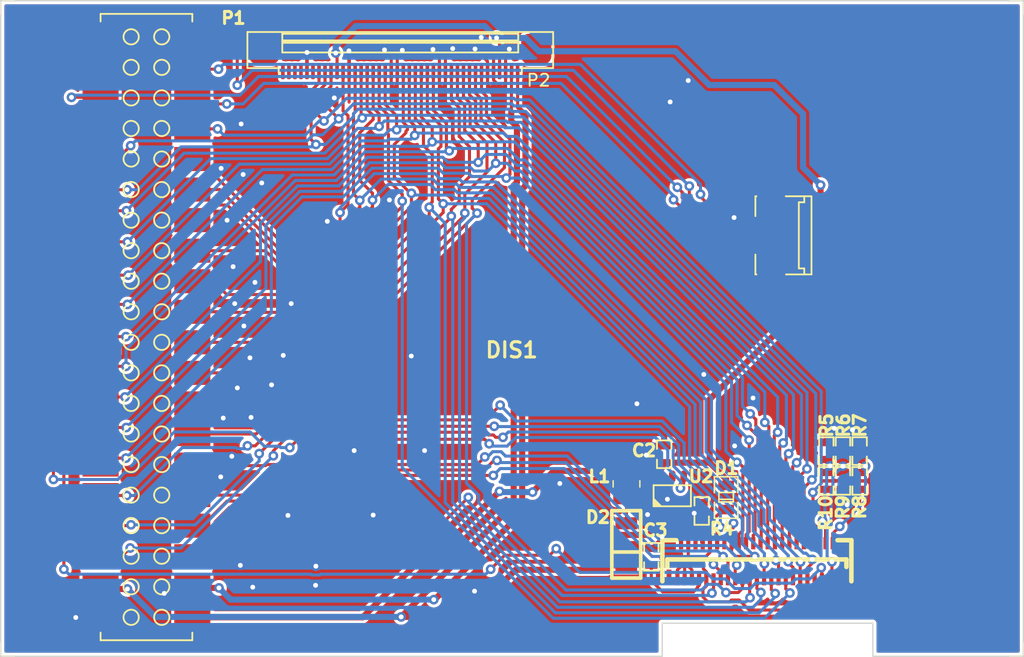
<source format=kicad_pcb>
(kicad_pcb (version 20171130) (host pcbnew 5.1.6-c6e7f7d~87~ubuntu20.04.1)
  (title_block (title "Intermediate board for maithoga lcd 480x320 R61529") (date 2020-07-08) (rev V1.0) (company "Embedded System Labs"))
  (layers (0 F.Cu signal) (31 B.Cu signal) (34 B.Paste user) (35 F.Paste user) (36 B.SilkS user) (37 F.SilkS user) (38 B.Mask user) (39 F.Mask user) (44 Edge.Cuts user))
  (net 0 "")
  (net 1 3V3)
  (net 2 GND)
  (net 3 "Net-(D1-Pad2)")
  (net 4 "Net-(D2-Pad2)")
  (net 5 "/Display and Touchscreen/LCD_LED_A")
  (net 6 "/Display and Touchscreen/DISP_D5")
  (net 7 "/Display and Touchscreen/DISP_D7")
  (net 8 "/Display and Touchscreen/LCD_LED_K")
  (net 9 "/Display and Touchscreen/DISP_TE")
  (net 10 "/Display and Touchscreen/DISP_RS")
  (net 11 "/Display and Touchscreen/DISP_D17")
  (net 12 "/Display and Touchscreen/DISP_D13")
  (net 13 "/Display and Touchscreen/DISP_D9")
  (net 14 "/Display and Touchscreen/DISP_D11")
  (net 15 "/Display and Touchscreen/DISP_D15")
  (net 16 "/Display and Touchscreen/DISP_~RESET~")
  (net 17 "/Display and Touchscreen/DISP_DOTCLK")
  (net 18 "/Display and Touchscreen/DISP_D10")
  (net 19 "/Display and Touchscreen/DISP_D16")
  (net 20 "/Display and Touchscreen/DISP_HSYNC")
  (net 21 "/Display and Touchscreen/DISP_D8")
  (net 22 "/Display and Touchscreen/DISP_ENABLE")
  (net 23 "/Display and Touchscreen/DISP_D14")
  (net 24 "/Display and Touchscreen/DISP_VSYNC")
  (net 25 "/Display and Touchscreen/DISP_D12")
  (net 26 "/Display and Touchscreen/DISP_D6")
  (net 27 "/Display and Touchscreen/DISP_D4")
  (net 28 "/Display and Touchscreen/DISP_D2")
  (net 29 "/Display and Touchscreen/DISP_D0")
  (net 30 "/Display and Touchscreen/DISP_SDA")
  (net 31 "/Display and Touchscreen/DISP_~WR~")
  (net 32 "/Display and Touchscreen/DISP_~CS~")
  (net 33 "/Display and Touchscreen/DISP_D1")
  (net 34 "/Display and Touchscreen/DISP_D3")
  (net 35 "/Display and Touchscreen/DISP_~RD~")
  (net 36 "/Display and Touchscreen/DISP_SDO")
  (net 37 "/Display and Touchscreen/BACKLIGHT_PWM")
  (net 38 "Net-(DIS1-Pad44)")
  (net 39 "Net-(DIS1-Pad42)")
  (net 40 "Net-(DIS1-Pad43)")
  (net 41 "/Display and Touchscreen/TOUCHSCREEN_SDA")
  (net 42 "/Display and Touchscreen/TOUCHSCREEN_INT")
  (net 43 "/Display and Touchscreen/TOUCHSCREEN_SCL")
  (net 44 "/Standard Goldpin Connector/TOUCHSCREEN_RESET")
  (module Display_Lcd:maithoga_tft_480x320_rgb_with_capacitive_ts (layer F.Cu) (at 144.265001 91.410001)
    (fp_text reference DIS1 (at -0.03 1.79) (layer F.SilkS) (effects (font (size 1.27 1.27) (thickness 0.254))))
    (fp_text value maithoga_tft_480x320_rgb_with_capacitive_ts hide)
    (pad 0 smd roundrect (at 21.5 -4 270) (size 1.8 2.2) (layers F.Cu F.Paste F.Mask) (clearance 0.1))
    (pad P2 smd roundrect (at 20.215 -6.995 270) (size 0.25 1.3) (layers F.Cu F.Paste F.Mask) (net 41 "/Display and Touchscreen/TOUCHSCREEN_SDA") (clearance 0.03))
    (pad P4 smd roundrect (at 20.215 -7.995 270) (size 0.25 1.3) (layers F.Cu F.Paste F.Mask) (net 42 "/Display and Touchscreen/TOUCHSCREEN_INT") (clearance 0.03))
    (pad P1 smd roundrect (at 20.215 -6.495 270) (size 0.25 1.3) (layers F.Cu F.Paste F.Mask) (net 1 3V3) (clearance 0.03))
    (pad P3 smd roundrect (at 20.215 -7.495 270) (size 0.25 1.3) (layers F.Cu F.Paste F.Mask) (net 43 "/Display and Touchscreen/TOUCHSCREEN_SCL") (clearance 0.03))
    (pad P5 smd roundrect (at 20.215 -8.495 270) (size 0.25 1.3) (layers F.Cu F.Paste F.Mask) (net 44 "/Standard Goldpin Connector/TOUCHSCREEN_RESET") (clearance 0.03))
    (pad P6 smd roundrect (at 20.215 -8.995 270) (size 0.25 1.3) (layers F.Cu F.Paste F.Mask) (net 2 GND) (clearance 0.03))
    (pad 0 smd roundrect (at 21.5 -11.49 270) (size 1.8 2.2) (layers F.Cu F.Paste F.Mask) (clearance 0.1))
    (pad 17 smd rect (at 18.54 20.85) (size 0.35 1) (layers F.Cu F.Paste F.Mask) (net 36 "/Display and Touchscreen/DISP_SDO") (clearance 0.03))
    (pad 15 smd rect (at 17.94 20.85) (size 0.35 1) (layers F.Cu F.Paste F.Mask) (net 35 "/Display and Touchscreen/DISP_~RD~") (clearance 0.03))
    (pad 21 smd rect (at 19.74 20.85) (size 0.35 1) (layers F.Cu F.Paste F.Mask) (net 34 "/Display and Touchscreen/DISP_D3") (clearance 0.03))
    (pad 19 smd rect (at 19.14 20.85) (size 0.35 1) (layers F.Cu F.Paste F.Mask) (net 33 "/Display and Touchscreen/DISP_D1") (clearance 0.03))
    (pad 12 smd rect (at 17.04 17.85) (size 0.35 1.016) (layers F.Cu F.Paste F.Mask) (net 32 "/Display and Touchscreen/DISP_~CS~") (clearance 0.03))
    (pad 14 smd rect (at 17.64 17.85) (size 0.35 1.016) (layers F.Cu F.Paste F.Mask) (net 31 "/Display and Touchscreen/DISP_~WR~") (clearance 0.03))
    (pad 16 smd rect (at 18.24 17.85) (size 0.35 1.016) (layers F.Cu F.Paste F.Mask) (net 30 "/Display and Touchscreen/DISP_SDA") (clearance 0.03))
    (pad 18 smd rect (at 18.84 17.85) (size 0.35 1.016) (layers F.Cu F.Paste F.Mask) (net 29 "/Display and Touchscreen/DISP_D0") (clearance 0.03))
    (pad 20 smd rect (at 19.44 17.85) (size 0.35 1.016) (layers F.Cu F.Paste F.Mask) (net 28 "/Display and Touchscreen/DISP_D2") (clearance 0.03))
    (pad 22 smd rect (at 20.04 17.85) (size 0.35 1.016) (layers F.Cu F.Paste F.Mask) (net 27 "/Display and Touchscreen/DISP_D4") (clearance 0.03))
    (pad 24 smd rect (at 20.64 17.85) (size 0.35 1.016) (layers F.Cu F.Paste F.Mask) (net 26 "/Display and Touchscreen/DISP_D6") (clearance 0.03))
    (pad 0 smd rect (at 13.04 20.55) (size 0.4 1.016) (layers F.Cu F.Paste F.Mask) (clearance 0.03))
    (pad 0 smd rect (at 27.64 20.55) (size 0.4 1.016) (layers F.Cu F.Paste F.Mask) (clearance 0.03))
    (pad 44 smd rect (at 26.64 17.85) (size 0.35 1.016) (layers F.Cu F.Paste F.Mask) (net 38 "Net-(DIS1-Pad44)") (clearance 0.03))
    (pad 30 smd rect (at 22.44 17.85) (size 0.35 1.016) (layers F.Cu F.Paste F.Mask) (net 25 "/Display and Touchscreen/DISP_D12") (clearance 0.03))
    (pad 40 smd rect (at 25.44 17.85) (size 0.35 1.016) (layers F.Cu F.Paste F.Mask) (net 24 "/Display and Touchscreen/DISP_VSYNC") (clearance 0.03))
    (pad 42 smd rect (at 26.04 17.85) (size 0.35 1.016) (layers F.Cu F.Paste F.Mask) (net 39 "Net-(DIS1-Pad42)") (clearance 0.03))
    (pad 32 smd rect (at 23.04 17.85) (size 0.35 1.016) (layers F.Cu F.Paste F.Mask) (net 23 "/Display and Touchscreen/DISP_D14") (clearance 0.03))
    (pad 36 smd rect (at 24.24 17.85) (size 0.35 1.016) (layers F.Cu F.Paste F.Mask) (net 22 "/Display and Touchscreen/DISP_ENABLE") (clearance 0.03))
    (pad 26 smd rect (at 21.24 17.85) (size 0.35 1.016) (layers F.Cu F.Paste F.Mask) (net 21 "/Display and Touchscreen/DISP_D8") (clearance 0.03))
    (pad 38 smd rect (at 24.84 17.85) (size 0.35 1.016) (layers F.Cu F.Paste F.Mask) (net 20 "/Display and Touchscreen/DISP_HSYNC") (clearance 0.03))
    (pad 34 smd rect (at 23.64 17.85) (size 0.35 1.016) (layers F.Cu F.Paste F.Mask) (net 19 "/Display and Touchscreen/DISP_D16") (clearance 0.03))
    (pad 28 smd rect (at 21.84 17.85) (size 0.35 1.016) (layers F.Cu F.Paste F.Mask) (net 18 "/Display and Touchscreen/DISP_D10") (clearance 0.03))
    (pad 37 smd rect (at 24.54 20.85) (size 0.35 1) (layers F.Cu F.Paste F.Mask) (net 17 "/Display and Touchscreen/DISP_DOTCLK") (clearance 0.03))
    (pad 39 smd rect (at 25.14 20.85) (size 0.35 1) (layers F.Cu F.Paste F.Mask) (net 2 GND) (clearance 0.03))
    (pad 41 smd rect (at 25.74 20.85) (size 0.35 1) (layers F.Cu F.Paste F.Mask) (net 16 "/Display and Touchscreen/DISP_~RESET~") (clearance 0.03))
    (pad 43 smd rect (at 26.34 20.85) (size 0.35 1) (layers F.Cu F.Paste F.Mask) (net 40 "Net-(DIS1-Pad43)") (clearance 0.03))
    (pad 45 smd rect (at 26.94 20.85) (size 0.35 1) (layers F.Cu F.Paste F.Mask) (net 2 GND) (clearance 0.03))
    (pad 33 smd rect (at 23.34 20.85) (size 0.35 1) (layers F.Cu F.Paste F.Mask) (net 15 "/Display and Touchscreen/DISP_D15") (clearance 0.03))
    (pad 29 smd rect (at 22.14 20.85) (size 0.35 1) (layers F.Cu F.Paste F.Mask) (net 14 "/Display and Touchscreen/DISP_D11") (clearance 0.03))
    (pad 27 smd rect (at 21.54 20.85) (size 0.35 1) (layers F.Cu F.Paste F.Mask) (net 13 "/Display and Touchscreen/DISP_D9") (clearance 0.03))
    (pad 31 smd rect (at 22.74 20.85) (size 0.35 1) (layers F.Cu F.Paste F.Mask) (net 12 "/Display and Touchscreen/DISP_D13") (clearance 0.03))
    (pad 35 smd rect (at 23.94 20.85) (size 0.35 1) (layers F.Cu F.Paste F.Mask) (net 11 "/Display and Touchscreen/DISP_D17") (clearance 0.03))
    (pad 13 smd rect (at 17.34 20.85) (size 0.35 1) (layers F.Cu F.Paste F.Mask) (net 10 "/Display and Touchscreen/DISP_RS") (clearance 0.03))
    (pad 11 smd rect (at 16.74 20.85) (size 0.35 1) (layers F.Cu F.Paste F.Mask) (net 9 "/Display and Touchscreen/DISP_TE") (clearance 0.03))
    (pad 9 smd rect (at 16.14 20.85) (size 0.35 1) (layers F.Cu F.Paste F.Mask) (net 3 "Net-(D1-Pad2)") (clearance 0.03))
    (pad 7 smd rect (at 15.54 20.85) (size 0.35 1) (layers F.Cu F.Paste F.Mask) (net 5 "/Display and Touchscreen/LCD_LED_A") (clearance 0.03))
    (pad 5 smd rect (at 14.94 20.85) (size 0.35 1) (layers F.Cu F.Paste F.Mask) (net 8 "/Display and Touchscreen/LCD_LED_K") (clearance 0.03))
    (pad 4 smd rect (at 14.64 17.85) (size 0.35 1.016) (layers F.Cu F.Paste F.Mask) (net 8 "/Display and Touchscreen/LCD_LED_K") (clearance 0.03))
    (pad 2 smd rect (at 14.04 17.85) (size 0.35 1.016) (layers F.Cu F.Paste F.Mask) (net 8 "/Display and Touchscreen/LCD_LED_K") (clearance 0.03))
    (pad 1 smd rect (at 13.74 20.85) (size 0.35 1) (layers F.Cu F.Paste F.Mask) (net 8 "/Display and Touchscreen/LCD_LED_K") (clearance 0.03))
    (pad 3 smd rect (at 14.34 20.85) (size 0.35 1) (layers F.Cu F.Paste F.Mask) (net 8 "/Display and Touchscreen/LCD_LED_K") (clearance 0.03))
    (pad 6 smd rect (at 15.24 17.85) (size 0.35 1.016) (layers F.Cu F.Paste F.Mask) (net 8 "/Display and Touchscreen/LCD_LED_K") (clearance 0.03))
    (pad 8 smd rect (at 15.84 17.85) (size 0.35 1.016) (layers F.Cu F.Paste F.Mask) (net 2 GND) (clearance 0.03))
    (pad 10 smd rect (at 16.44 17.85) (size 0.35 1.016) (layers F.Cu F.Paste F.Mask) (net 3 "Net-(D1-Pad2)") (clearance 0.03))
    (pad 25 smd rect (at 20.94 20.85) (size 0.35 1) (layers F.Cu F.Paste F.Mask) (net 7 "/Display and Touchscreen/DISP_D7") (clearance 0.03))
    (pad 23 smd rect (at 20.34 20.85) (size 0.35 1) (layers F.Cu F.Paste F.Mask) (net 6 "/Display and Touchscreen/DISP_D5") (clearance 0.03))
  )
  (module Diodes:BAS386_MICROMELF (layer F.Cu) (at 162.05 105.46 270)
    (fp_text reference D1 (at -2.435 -0.025 180) (layer F.SilkS) (effects (font (thickness 0.25))))
    (fp_text value BAS386 hide)
    (pad 1 smd rect (at -1.00076 0 270) (size 0.8001 1.30048) (layers F.Cu F.Paste F.Mask) (net 1 3V3) (clearance 0.1))
    (pad 2 smd rect (at 1.00076 0 270) (size 0.8001 1.30048) (layers F.Cu F.Paste F.Mask) (net 3 "Net-(D1-Pad2)") (clearance 0.1))
  )
  (module Capacitors_Smd_0603:10uF_10V_0603 (layer F.Cu) (at 156.905 101.865 270)
    (fp_text reference C2 (at -0.31 1.675 180) (layer F.SilkS) (effects (font (thickness 0.25))))
    (fp_text value 10uF/10V hide)
    (pad 1 smd rect (at -0.7 0 270) (size 0.6 1) (layers F.Cu F.Paste F.Mask) (net 2 GND) (clearance 0.03))
    (pad 2 smd rect (at 0.7 0 270) (size 0.6 1) (layers F.Cu F.Paste F.Mask) (net 1 3V3) (clearance 0.03))
  )
  (module Capacitors_Smd_0603:1uF_0603 (layer F.Cu) (at 155.835 110.39 90)
    (fp_text reference C3 (at 2.2 0.345 180) (layer F.SilkS) (effects (font (thickness 0.25))))
    (fp_text value 1uF_0603 hide)
    (pad 1 smd rect (at -0.7 0 90) (size 0.6 1) (layers F.Cu F.Paste F.Mask) (net 5 "/Display and Touchscreen/LCD_LED_A") (clearance 0.03))
    (pad 2 smd rect (at 0.7 0 90) (size 0.6 1) (layers F.Cu F.Paste F.Mask) (net 2 GND) (clearance 0.03))
  )
  (module Diodes:MBR0520L_SOD123 (layer F.Cu) (at 153.755 109.355 270)
    (fp_text reference D2 (at -2.255 2.355 180) (layer F.SilkS) (effects (font (thickness 0.25))))
    (fp_text value MBR0520L hide)
    (pad 2 smd rect (at -1.75 0 270) (size 1 1.8) (layers F.Cu F.Paste F.Mask) (net 4 "Net-(D2-Pad2)") (clearance 0.03))
    (pad 1 smd rect (at 1.75 0 270) (size 1 1.8) (layers F.Cu F.Paste F.Mask) (net 5 "/Display and Touchscreen/LCD_LED_A") (clearance 0.03))
  )
  (module Inductors:22uH_2520 (layer F.Cu) (at 153.775 104.325 270)
    (fp_text reference L1 (at -0.615 2.25 180) (layer F.SilkS) (effects (font (thickness 0.25))))
    (fp_text value 22uH hide)
    (pad 1 smd roundrect (at -1.075 0 270) (size 1.25 2.2) (layers F.Cu F.Paste F.Mask) (roundrect_rratio 0.2) (net 1 3V3))
    (pad 2 smd roundrect (at 1.075 0 270) (size 1.25 2.2) (layers F.Cu F.Paste F.Mask) (roundrect_rratio 0.2) (net 4 "Net-(D2-Pad2)"))
  )
  (module Resistor_Smd_0603:10R_0603 (layer F.Cu) (at 160.02 106.58 270)
    (fp_text reference R4 (at 1.485 -1.675 180) (layer F.SilkS) (effects (font (thickness 0.25))))
    (fp_text value 10R hide)
    (pad 1 smd rect (at -0.7 0 270) (size 0.6 1) (layers F.Cu F.Paste F.Mask) (net 8 "/Display and Touchscreen/LCD_LED_K") (clearance 0.03))
    (pad 2 smd rect (at 0.7 0 270) (size 0.6 1) (layers F.Cu F.Paste F.Mask) (net 2 GND) (clearance 0.03))
  )
  (module Lcd_Backlight_Drivers:DIO5661ST6 (layer F.Cu) (at 157.575 105.315)
    (fp_text reference U2 (at 2.395 -1.61) (layer F.SilkS) (effects (font (thickness 0.25))))
    (fp_text value DIO5661ST6 hide)
    (pad 6 smd oval (at -0.95 -1.6) (size 0.55 1.00076) (layers F.Cu F.Paste F.Mask) (net 1 3V3) (clearance 0.03))
    (pad 5 smd oval (at 0 -1.6) (size 0.55 1.00076) (layers F.Cu F.Paste F.Mask) (clearance 0.03))
    (pad 4 smd oval (at 0.95 -1.6) (size 0.55 1.00076) (layers F.Cu F.Paste F.Mask) (net 37 "/Display and Touchscreen/BACKLIGHT_PWM") (clearance 0.03))
    (pad 3 smd oval (at 0.95 1.6) (size 0.55 1.00076) (layers F.Cu F.Paste F.Mask) (net 8 "/Display and Touchscreen/LCD_LED_K") (clearance 0.03))
    (pad 2 smd oval (at 0 1.6) (size 0.55 1.00076) (layers F.Cu F.Paste F.Mask) (net 2 GND) (clearance 0.03))
    (pad 1 smd oval (at -0.95 1.6) (size 0.55 1.00076) (layers F.Cu F.Paste F.Mask) (net 4 "Net-(D2-Pad2)") (clearance 0.03))
  )
  (module Fpc_Connectors:40pin_fpc_top_0_5mm (layer F.Cu) (at 134.98 69.26)
    (fp_text reference P2 (at 11.49 1.515) (layer F.SilkS))
    (fp_text value LicheePi_Con)
    (pad 1 smd roundrect (at -9.75 0.8) (size 0.3 1.25) (layers F.Cu F.Paste F.Mask) (clearance 0.03))
    (pad 2 smd roundrect (at -9.25 0.8) (size 0.3 1.25) (layers F.Cu F.Paste F.Mask) (clearance 0.03))
    (pad 4 smd roundrect (at -8.25 0.8) (size 0.3 1.25) (layers F.Cu F.Paste F.Mask) (clearance 0.03))
    (pad 3 smd roundrect (at -8.75 0.8) (size 0.3 1.25) (layers F.Cu F.Paste F.Mask) (clearance 0.03))
    (pad 8 smd roundrect (at -6.25 0.8) (size 0.3 1.25) (layers F.Cu F.Paste F.Mask) (net 24 "/Display and Touchscreen/DISP_VSYNC") (clearance 0.03))
    (pad 7 smd roundrect (at -6.75 0.8) (size 0.3 1.25) (layers F.Cu F.Paste F.Mask) (net 22 "/Display and Touchscreen/DISP_ENABLE") (clearance 0.03))
    (pad 6 smd roundrect (at -7.25 0.8) (size 0.3 1.25) (layers F.Cu F.Paste F.Mask) (clearance 0.03))
    (pad 5 smd roundrect (at -7.75 0.8) (size 0.3 1.25) (layers F.Cu F.Paste F.Mask) (net 2 GND) (clearance 0.03))
    (pad 12 smd roundrect (at -4.25 0.8) (size 0.3 1.25) (layers F.Cu F.Paste F.Mask) (net 2 GND) (clearance 0.03))
    (pad 11 smd roundrect (at -4.75 0.8) (size 0.3 1.25) (layers F.Cu F.Paste F.Mask) (net 17 "/Display and Touchscreen/DISP_DOTCLK") (clearance 0.03))
    (pad 14 smd roundrect (at -3.25 0.8) (size 0.3 1.25) (layers F.Cu F.Paste F.Mask) (net 19 "/Display and Touchscreen/DISP_D16") (clearance 0.03))
    (pad 13 smd roundrect (at -3.75 0.8) (size 0.3 1.25) (layers F.Cu F.Paste F.Mask) (net 11 "/Display and Touchscreen/DISP_D17") (clearance 0.03))
    (pad 10 smd roundrect (at -5.25 0.8) (size 0.3 1.25) (layers F.Cu F.Paste F.Mask) (net 1 3V3) (clearance 0.03))
    (pad 9 smd roundrect (at -5.75 0.8) (size 0.3 1.25) (layers F.Cu F.Paste F.Mask) (net 20 "/Display and Touchscreen/DISP_HSYNC") (clearance 0.03))
    (pad 15 smd roundrect (at -2.75 0.8) (size 0.3 1.25) (layers F.Cu F.Paste F.Mask) (net 15 "/Display and Touchscreen/DISP_D15") (clearance 0.03))
    (pad 16 smd roundrect (at -2.25 0.8) (size 0.3 1.25) (layers F.Cu F.Paste F.Mask) (net 23 "/Display and Touchscreen/DISP_D14") (clearance 0.03))
    (pad 29 smd roundrect (at 4.25 0.8) (size 0.3 1.25) (layers F.Cu F.Paste F.Mask) (net 6 "/Display and Touchscreen/DISP_D5") (clearance 0.03))
    (pad 20 smd roundrect (at -0.25 0.8) (size 0.3 1.25) (layers F.Cu F.Paste F.Mask) (net 2 GND) (clearance 0.03))
    (pad 19 smd roundrect (at -0.75 0.8) (size 0.3 1.25) (layers F.Cu F.Paste F.Mask) (net 2 GND) (clearance 0.03))
    (pad 22 smd roundrect (at 0.75 0.8) (size 0.3 1.25) (layers F.Cu F.Paste F.Mask) (net 18 "/Display and Touchscreen/DISP_D10") (clearance 0.03))
    (pad 21 smd roundrect (at 0.25 0.8) (size 0.3 1.25) (layers F.Cu F.Paste F.Mask) (net 14 "/Display and Touchscreen/DISP_D11") (clearance 0.03))
    (pad 27 smd roundrect (at 3.25 0.8) (size 0.3 1.25) (layers F.Cu F.Paste F.Mask) (net 2 GND) (clearance 0.03))
    (pad 18 smd roundrect (at -1.25 0.8) (size 0.3 1.25) (layers F.Cu F.Paste F.Mask) (net 25 "/Display and Touchscreen/DISP_D12") (clearance 0.03))
    (pad 17 smd roundrect (at -1.75 0.8) (size 0.3 1.25) (layers F.Cu F.Paste F.Mask) (net 12 "/Display and Touchscreen/DISP_D13") (clearance 0.03))
    (pad 31 smd roundrect (at 5.25 0.8) (size 0.3 1.25) (layers F.Cu F.Paste F.Mask) (net 34 "/Display and Touchscreen/DISP_D3") (clearance 0.03))
    (pad 26 smd roundrect (at 2.75 0.8) (size 0.3 1.25) (layers F.Cu F.Paste F.Mask) (net 26 "/Display and Touchscreen/DISP_D6") (clearance 0.03))
    (pad 23 smd roundrect (at 1.25 0.8) (size 0.3 1.25) (layers F.Cu F.Paste F.Mask) (net 13 "/Display and Touchscreen/DISP_D9") (clearance 0.03))
    (pad 30 smd roundrect (at 4.75 0.8) (size 0.3 1.25) (layers F.Cu F.Paste F.Mask) (net 27 "/Display and Touchscreen/DISP_D4") (clearance 0.03))
    (pad 28 smd roundrect (at 3.75 0.8) (size 0.3 1.25) (layers F.Cu F.Paste F.Mask) (net 2 GND) (clearance 0.03))
    (pad 32 smd roundrect (at 5.75 0.8) (size 0.3 1.25) (layers F.Cu F.Paste F.Mask) (net 28 "/Display and Touchscreen/DISP_D2") (clearance 0.03))
    (pad 25 smd roundrect (at 2.25 0.8) (size 0.3 1.25) (layers F.Cu F.Paste F.Mask) (net 7 "/Display and Touchscreen/DISP_D7") (clearance 0.03))
    (pad 24 smd roundrect (at 1.75 0.8) (size 0.3 1.25) (layers F.Cu F.Paste F.Mask) (net 21 "/Display and Touchscreen/DISP_D8") (clearance 0.03))
    (pad 35 smd roundrect (at 7.25 0.8) (size 0.3 1.25) (layers F.Cu F.Paste F.Mask) (net 2 GND) (clearance 0.03))
    (pad 36 smd roundrect (at 7.75 0.8) (size 0.3 1.25) (layers F.Cu F.Paste F.Mask) (net 2 GND) (clearance 0.03))
    (pad 40 smd roundrect (at 9.75 0.8) (size 0.3 1.25) (layers F.Cu F.Paste F.Mask) (net 8 "/Display and Touchscreen/LCD_LED_K") (clearance 0.03))
    (pad 38 smd roundrect (at 8.75 0.8) (size 0.3 1.25) (layers F.Cu F.Paste F.Mask) (net 2 GND) (clearance 0.03))
    (pad 33 smd roundrect (at 6.25 0.8) (size 0.3 1.25) (layers F.Cu F.Paste F.Mask) (net 33 "/Display and Touchscreen/DISP_D1") (clearance 0.03))
    (pad 39 smd roundrect (at 9.25 0.8) (size 0.3 1.25) (layers F.Cu F.Paste F.Mask) (net 5 "/Display and Touchscreen/LCD_LED_A") (clearance 0.03))
    (pad 34 smd roundrect (at 6.75 0.8) (size 0.3 1.25) (layers F.Cu F.Paste F.Mask) (net 29 "/Display and Touchscreen/DISP_D0") (clearance 0.03))
    (pad 0 smd roundrect (at 11.3 -1.1) (size 2.5 2.5) (layers F.Cu F.Paste F.Mask) (clearance 0.03))
    (pad 37 smd roundrect (at 8.25 0.8) (size 0.3 1.25) (layers F.Cu F.Paste F.Mask) (net 1 3V3) (clearance 0.03))
    (pad 0 smd roundrect (at -11.3 -1.1) (size 2.5 2.5) (layers F.Cu F.Paste F.Mask) (clearance 0.03))
  )
  (module Goldpin:Goldpin_20_2_2_54mm_SMT (layer F.Cu) (at 113.895 91.29 90)
    (fp_text reference P1 (at 25.69 7.23 180) (layer F.SilkS) (effects (font (thickness 0.25))))
    (fp_text value "Display Connector" hide)
    (pad 1 smd rect (at -24.13 3.81 90) (size 2 3) (layers F.Cu F.Paste F.Mask) (net 1 3V3))
    (pad 3 smd rect (at -21.59 3.81 90) (size 2 3) (layers F.Cu F.Paste F.Mask) (net 8 "/Display and Touchscreen/LCD_LED_K"))
    (pad 5 smd rect (at -19.05 3.81 90) (size 2 3) (layers F.Cu F.Paste F.Mask) (net 9 "/Display and Touchscreen/DISP_TE"))
    (pad 9 smd rect (at -13.97 3.81 90) (size 2 3) (layers F.Cu F.Paste F.Mask) (net 35 "/Display and Touchscreen/DISP_~RD~"))
    (pad 11 smd rect (at -11.43 3.81 90) (size 2 3) (layers F.Cu F.Paste F.Mask) (net 36 "/Display and Touchscreen/DISP_SDO"))
    (pad 13 smd rect (at -8.89 3.81 90) (size 2 3) (layers F.Cu F.Paste F.Mask) (net 33 "/Display and Touchscreen/DISP_D1"))
    (pad 15 smd rect (at -6.35 3.81 90) (size 2 3) (layers F.Cu F.Paste F.Mask) (net 34 "/Display and Touchscreen/DISP_D3"))
    (pad 17 smd rect (at -3.81 3.81 90) (size 2 3) (layers F.Cu F.Paste F.Mask) (net 6 "/Display and Touchscreen/DISP_D5"))
    (pad 19 smd rect (at -1.27 3.81 90) (size 2 3) (layers F.Cu F.Paste F.Mask) (net 7 "/Display and Touchscreen/DISP_D7"))
    (pad 7 smd rect (at -16.51 3.81 90) (size 2 3) (layers F.Cu F.Paste F.Mask) (net 10 "/Display and Touchscreen/DISP_RS"))
    (pad 29 smd rect (at 11.43 3.81 90) (size 2 3) (layers F.Cu F.Paste F.Mask) (net 11 "/Display and Touchscreen/DISP_D17"))
    (pad 21 smd rect (at 1.27 3.81 90) (size 2 3) (layers F.Cu F.Paste F.Mask) (net 13 "/Display and Touchscreen/DISP_D9"))
    (pad 23 smd rect (at 3.81 3.81 90) (size 2 3) (layers F.Cu F.Paste F.Mask) (net 14 "/Display and Touchscreen/DISP_D11"))
    (pad 25 smd rect (at 6.35 3.81 90) (size 2 3) (layers F.Cu F.Paste F.Mask) (net 12 "/Display and Touchscreen/DISP_D13"))
    (pad 27 smd rect (at 8.89 3.81 90) (size 2 3) (layers F.Cu F.Paste F.Mask) (net 15 "/Display and Touchscreen/DISP_D15"))
    (pad 37 smd rect (at 21.59 3.81 90) (size 2 3) (layers F.Cu F.Paste F.Mask) (net 44 "/Standard Goldpin Connector/TOUCHSCREEN_RESET"))
    (pad 31 smd rect (at 13.97 3.81 90) (size 2 3) (layers F.Cu F.Paste F.Mask) (net 17 "/Display and Touchscreen/DISP_DOTCLK"))
    (pad 33 smd rect (at 16.51 3.81 90) (size 2 3) (layers F.Cu F.Paste F.Mask) (net 24 "/Display and Touchscreen/DISP_VSYNC"))
    (pad 35 smd rect (at 19.05 3.81 90) (size 2 3) (layers F.Cu F.Paste F.Mask) (net 41 "/Display and Touchscreen/TOUCHSCREEN_SDA"))
    (pad 39 smd rect (at 24.13 3.81 90) (size 2 3) (layers F.Cu F.Paste F.Mask) (net 42 "/Display and Touchscreen/TOUCHSCREEN_INT"))
    (pad 6 smd rect (at -19.05 -3.81 90) (size 2 3) (layers F.Cu F.Paste F.Mask) (net 32 "/Display and Touchscreen/DISP_~CS~"))
    (pad 4 smd rect (at -21.59 -3.81 90) (size 2 3) (layers F.Cu F.Paste F.Mask) (net 5 "/Display and Touchscreen/LCD_LED_A"))
    (pad 10 smd rect (at -13.97 -3.81 90) (size 2 3) (layers F.Cu F.Paste F.Mask) (net 30 "/Display and Touchscreen/DISP_SDA"))
    (pad 2 smd rect (at -24.13 -3.81 90) (size 2 3) (layers F.Cu F.Paste F.Mask) (net 2 GND))
    (pad 8 smd rect (at -16.51 -3.81 90) (size 2 3) (layers F.Cu F.Paste F.Mask) (net 31 "/Display and Touchscreen/DISP_~WR~"))
    (pad 20 smd rect (at -1.27 -3.81 90) (size 2 3) (layers F.Cu F.Paste F.Mask) (net 21 "/Display and Touchscreen/DISP_D8"))
    (pad 12 smd rect (at -11.43 -3.81 90) (size 2 3) (layers F.Cu F.Paste F.Mask) (net 29 "/Display and Touchscreen/DISP_D0"))
    (pad 14 smd rect (at -8.89 -3.81 90) (size 2 3) (layers F.Cu F.Paste F.Mask) (net 28 "/Display and Touchscreen/DISP_D2"))
    (pad 18 smd rect (at -3.81 -3.81 90) (size 2 3) (layers F.Cu F.Paste F.Mask) (net 26 "/Display and Touchscreen/DISP_D6"))
    (pad 16 smd rect (at -6.35 -3.81 90) (size 2 3) (layers F.Cu F.Paste F.Mask) (net 27 "/Display and Touchscreen/DISP_D4"))
    (pad 22 smd rect (at 1.27 -3.81 90) (size 2 3) (layers F.Cu F.Paste F.Mask) (net 18 "/Display and Touchscreen/DISP_D10"))
    (pad 28 smd rect (at 8.89 -3.81 90) (size 2 3) (layers F.Cu F.Paste F.Mask) (net 19 "/Display and Touchscreen/DISP_D16"))
    (pad 30 smd rect (at 11.43 -3.81 90) (size 2 3) (layers F.Cu F.Paste F.Mask) (net 22 "/Display and Touchscreen/DISP_ENABLE"))
    (pad 24 smd rect (at 3.81 -3.81 90) (size 2 3) (layers F.Cu F.Paste F.Mask) (net 25 "/Display and Touchscreen/DISP_D12"))
    (pad 26 smd rect (at 6.35 -3.81 90) (size 2 3) (layers F.Cu F.Paste F.Mask) (net 23 "/Display and Touchscreen/DISP_D14"))
    (pad 32 smd rect (at 13.97 -3.81 90) (size 2 3) (layers F.Cu F.Paste F.Mask) (net 20 "/Display and Touchscreen/DISP_HSYNC"))
    (pad 36 smd rect (at 19.05 -3.81 90) (size 2 3) (layers F.Cu F.Paste F.Mask) (net 43 "/Display and Touchscreen/TOUCHSCREEN_SCL"))
    (pad 34 smd rect (at 16.51 -3.81 90) (size 2 3) (layers F.Cu F.Paste F.Mask) (net 16 "/Display and Touchscreen/DISP_~RESET~"))
    (pad 38 smd rect (at 21.59 -3.81 90) (size 2 3) (layers F.Cu F.Paste F.Mask) (net 2 GND))
    (pad 40 smd rect (at 24.13 -3.81 90) (size 2 3) (layers F.Cu F.Paste F.Mask) (net 37 "/Display and Touchscreen/BACKLIGHT_PWM"))
  )
  (module Resistor_Smd_0603:0R_0603 (layer F.Cu) (at 170.37 101.6 90)
    (fp_text reference R5 (at 2.135 0.02 270) (layer F.SilkS) (effects (font (thickness 0.25))))
    (fp_text value 0R_NA hide)
    (pad 2 smd rect (at 0.7 0 90) (size 0.6 1) (layers F.Cu F.Paste F.Mask) (net 2 GND) (clearance 0.03))
    (pad 1 smd rect (at -0.7 0 90) (size 0.6 1) (layers F.Cu F.Paste F.Mask) (net 39 "Net-(DIS1-Pad42)") (clearance 0.03))
  )
  (module Resistor_Smd_0603:0R_0603 (layer F.Cu) (at 171.755 101.6 90)
    (fp_text reference R6 (at 2.135 0.04 270) (layer F.SilkS) (effects (font (thickness 0.25))))
    (fp_text value 0R_NA hide)
    (pad 1 smd rect (at -0.7 0 90) (size 0.6 1) (layers F.Cu F.Paste F.Mask) (net 40 "Net-(DIS1-Pad43)") (clearance 0.03))
    (pad 2 smd rect (at 0.7 0 90) (size 0.6 1) (layers F.Cu F.Paste F.Mask) (net 2 GND) (clearance 0.03))
  )
  (module Resistor_Smd_0603:0R_0603 (layer F.Cu) (at 173.14 101.6 90)
    (fp_text reference R7 (at 2.13 0.015 90) (layer F.SilkS) (effects (font (thickness 0.25))))
    (fp_text value 0R hide)
    (pad 1 smd rect (at -0.7 0 90) (size 0.6 1) (layers F.Cu F.Paste F.Mask) (net 38 "Net-(DIS1-Pad44)") (clearance 0.03))
    (pad 2 smd rect (at 0.7 0 90) (size 0.6 1) (layers F.Cu F.Paste F.Mask) (net 2 GND) (clearance 0.03))
  )
  (module Resistor_Smd_0603:0R_0603 (layer F.Cu) (at 173.14 104.08 90)
    (fp_text reference R8 (at -2.18 -0.005 270) (layer F.SilkS) (effects (font (thickness 0.25))))
    (fp_text value 0R_NA hide)
    (pad 2 smd rect (at 0.7 0 90) (size 0.6 1) (layers F.Cu F.Paste F.Mask) (net 38 "Net-(DIS1-Pad44)") (clearance 0.03))
    (pad 1 smd rect (at -0.7 0 90) (size 0.6 1) (layers F.Cu F.Paste F.Mask) (net 3 "Net-(D1-Pad2)") (clearance 0.03))
  )
  (module Resistor_Smd_0603:0R_0603 (layer F.Cu) (at 171.755 104.075 90)
    (fp_text reference R9 (at -2.19 -0.015 90) (layer F.SilkS) (effects (font (thickness 0.25))))
    (fp_text value 0R hide)
    (pad 1 smd rect (at -0.7 0 90) (size 0.6 1) (layers F.Cu F.Paste F.Mask) (net 3 "Net-(D1-Pad2)") (clearance 0.03))
    (pad 2 smd rect (at 0.7 0 90) (size 0.6 1) (layers F.Cu F.Paste F.Mask) (net 40 "Net-(DIS1-Pad43)") (clearance 0.03))
  )
  (module Resistor_Smd_0603:0R_0603 (layer F.Cu) (at 170.375 104.08 90)
    (fp_text reference R10 (at -2.67 -0.05 90) (layer F.SilkS) (effects (font (thickness 0.25))))
    (fp_text value 0R hide)
    (pad 2 smd rect (at 0.7 0 90) (size 0.6 1) (layers F.Cu F.Paste F.Mask) (net 39 "Net-(DIS1-Pad42)") (clearance 0.03))
    (pad 1 smd rect (at -0.7 0 90) (size 0.6 1) (layers F.Cu F.Paste F.Mask) (net 3 "Net-(D1-Pad2)") (clearance 0.03))
  )
  (gr_line (start 101.79 118.66) (end 101.79 64.16) (layer Edge.Cuts) (width 0.1))
  (gr_line (start 156.74 118.66) (end 101.79 118.66) (layer Edge.Cuts) (width 0.1))
  (gr_line (start 156.74 115.91) (end 156.74 118.66) (layer Edge.Cuts) (width 0.1))
  (gr_line (start 174.24 115.91) (end 156.74 115.91) (layer Edge.Cuts) (width 0.1))
  (gr_line (start 174.24 118.66) (end 174.24 115.91) (layer Edge.Cuts) (width 0.1))
  (gr_line (start 186.74 118.66) (end 174.24 118.66) (layer Edge.Cuts) (width 0.1))
  (gr_line (start 186.74 64.16) (end 186.74 118.66) (layer Edge.Cuts) (width 0.1))
  (gr_line (start 101.79 64.16) (end 186.74 64.16) (layer Edge.Cuts) (width 0.1))
  (segment (start 156.625 103.715) (end 156.625 103.26) (width 0.254) (layer F.Cu) (net 1))
  (segment (start 156.905 102.98) (end 156.905 102.565) (width 0.254) (layer F.Cu) (net 1))
  (segment (start 156.625 103.26) (end 156.905 102.98) (width 0.254) (layer F.Cu) (net 1))
  (segment (start 143.23 67.505) (end 142.98 67.255) (width 0.254) (layer F.Cu) (net 1))
  (via (at 142.98 67.255) (size 0.8) (drill 0.4) (layers F.Cu B.Cu) (net 1))
  (segment (start 143.23 70.06) (end 143.23 67.505) (width 0.254) (layer F.Cu) (net 1))
  (segment (start 129.73 70.06) (end 129.73 68.620104) (width 0.254) (layer F.Cu) (net 1))
  (segment (start 142.98 67.255) (end 141.995001 66.270001) (width 0.508) (layer B.Cu) (net 1))
  (segment (start 131.29415 66.270001) (end 129.619866 67.944285) (width 0.508) (layer B.Cu) (net 1))
  (via (at 129.619866 68.50997) (size 0.8) (drill 0.4) (layers F.Cu B.Cu) (net 1))
  (segment (start 129.619866 67.944285) (end 129.619866 68.50997) (width 0.508) (layer B.Cu) (net 1))
  (segment (start 129.73 68.620104) (end 129.619866 68.50997) (width 0.254) (layer F.Cu) (net 1))
  (segment (start 141.995001 66.270001) (end 131.29415 66.270001) (width 0.508) (layer B.Cu) (net 1))
  (segment (start 162.89 71.165) (end 160.645 71.165) (width 0.508) (layer B.Cu) (net 1))
  (segment (start 160.645 71.165) (end 157.84 68.36) (width 0.508) (layer B.Cu) (net 1))
  (segment (start 157.84 68.36) (end 146.48 68.36) (width 0.508) (layer B.Cu) (net 1))
  (segment (start 145.375 67.255) (end 142.98 67.255) (width 0.508) (layer B.Cu) (net 1))
  (segment (start 146.48 68.36) (end 145.375 67.255) (width 0.508) (layer B.Cu) (net 1))
  (segment (start 156.905 102.565) (end 160.685 102.565) (width 0.508) (layer F.Cu) (net 1))
  (segment (start 162.05 103.93) (end 162.05 104.45924) (width 0.508) (layer F.Cu) (net 1))
  (segment (start 160.685 102.565) (end 162.05 103.93) (width 0.508) (layer F.Cu) (net 1))
  (via (at 145.97 105.01) (size 0.8) (drill 0.4) (layers F.Cu B.Cu) (net 1))
  (segment (start 147.73 103.25) (end 145.97 105.01) (width 0.508) (layer F.Cu) (net 1))
  (segment (start 153.775 103.25) (end 147.73 103.25) (width 0.508) (layer F.Cu) (net 1))
  (via (at 143.225 104.95) (size 0.8) (drill 0.4) (layers F.Cu B.Cu) (net 1))
  (segment (start 145.97 105.01) (end 143.285 105.01) (width 0.508) (layer B.Cu) (net 1))
  (segment (start 143.285 105.01) (end 143.225 104.95) (width 0.508) (layer B.Cu) (net 1))
  (segment (start 154.24 103.715) (end 153.775 103.25) (width 0.254) (layer F.Cu) (net 1))
  (segment (start 156.625 103.715) (end 154.24 103.715) (width 0.254) (layer F.Cu) (net 1))
  (segment (start 160.685 102.565) (end 160.685 97.29) (width 0.508) (layer F.Cu) (net 1))
  (via (at 169.895 79.485) (size 0.8) (drill 0.4) (layers F.Cu B.Cu) (net 1))
  (segment (start 162.89 71.165) (end 166.035 71.165) (width 0.508) (layer B.Cu) (net 1))
  (segment (start 160.685 97.29) (end 169.895 88.08) (width 0.508) (layer F.Cu) (net 1))
  (segment (start 166.035 71.165) (end 168.445 73.575) (width 0.508) (layer B.Cu) (net 1))
  (segment (start 168.445 73.575) (end 168.445 78.035) (width 0.508) (layer B.Cu) (net 1))
  (segment (start 168.445 78.035) (end 169.895 79.485) (width 0.508) (layer B.Cu) (net 1))
  (segment (start 138.5075 109.6675) (end 137.6125 109.6675) (width 0.508) (layer F.Cu) (net 1))
  (segment (start 143.225 104.95) (end 138.5075 109.6675) (width 0.508) (layer F.Cu) (net 1))
  (segment (start 131.86 115.42) (end 117.705 115.42) (width 0.508) (layer F.Cu) (net 1))
  (segment (start 137.6125 109.6675) (end 131.86 115.42) (width 0.508) (layer F.Cu) (net 1))
  (segment (start 169.785001 84.915001) (end 169.895 85.025) (width 0.254) (layer F.Cu) (net 1))
  (segment (start 164.480001 84.915001) (end 169.785001 84.915001) (width 0.254) (layer F.Cu) (net 1))
  (segment (start 169.895 85.025) (end 169.895 79.485) (width 0.508) (layer F.Cu) (net 1))
  (segment (start 169.895 88.08) (end 169.895 85.025) (width 0.508) (layer F.Cu) (net 1))
  (segment (start 155.835 109.69) (end 155.835 109.64) (width 0.254) (layer F.Cu) (net 2))
  (segment (start 160.105001 109.260001) (end 160.02 109.175) (width 0.254) (layer F.Cu) (net 2))
  (segment (start 160.02 109.175) (end 160.02 107.28) (width 0.254) (layer F.Cu) (net 2))
  (segment (start 169.405001 113.015001) (end 169.405001 112.260001) (width 0.254) (layer F.Cu) (net 2))
  (segment (start 169.77 113.38) (end 169.405001 113.015001) (width 0.254) (layer F.Cu) (net 2))
  (segment (start 170.835 113.38) (end 169.77 113.38) (width 0.254) (layer F.Cu) (net 2))
  (segment (start 171.205001 113.009999) (end 170.835 113.38) (width 0.254) (layer F.Cu) (net 2))
  (segment (start 171.205001 112.260001) (end 171.205001 113.009999) (width 0.254) (layer F.Cu) (net 2))
  (via (at 139.335 68.14) (size 0.8) (drill 0.4) (layers F.Cu B.Cu) (net 2))
  (segment (start 138.73 68.745) (end 139.335 68.14) (width 0.254) (layer F.Cu) (net 2))
  (segment (start 138.73 70.06) (end 138.73 68.745) (width 0.254) (layer F.Cu) (net 2))
  (segment (start 138.23 68.745) (end 137.695 68.21) (width 0.254) (layer F.Cu) (net 2))
  (via (at 137.695 68.21) (size 0.8) (drill 0.4) (layers F.Cu B.Cu) (net 2))
  (segment (start 138.23 70.06) (end 138.23 68.745) (width 0.254) (layer F.Cu) (net 2))
  (via (at 135.15 68.28) (size 0.8) (drill 0.4) (layers F.Cu B.Cu) (net 2))
  (segment (start 134.73 68.7) (end 135.15 68.28) (width 0.254) (layer F.Cu) (net 2))
  (segment (start 134.73 70.06) (end 134.73 68.7) (width 0.254) (layer F.Cu) (net 2))
  (via (at 133.67 68.25) (size 0.8) (drill 0.4) (layers F.Cu B.Cu) (net 2))
  (segment (start 134.23 68.81) (end 133.67 68.25) (width 0.254) (layer F.Cu) (net 2))
  (segment (start 134.23 70.06) (end 134.23 68.81) (width 0.254) (layer F.Cu) (net 2))
  (via (at 130.715 68.33) (size 0.8) (drill 0.4) (layers F.Cu B.Cu) (net 2))
  (segment (start 130.73 68.345) (end 130.715 68.33) (width 0.254) (layer F.Cu) (net 2))
  (segment (start 130.73 70.06) (end 130.73 68.345) (width 0.254) (layer F.Cu) (net 2))
  (via (at 127.23 68.46) (size 0.8) (drill 0.4) (layers F.Cu B.Cu) (net 2))
  (segment (start 127.23 70.06) (end 127.23 68.46) (width 0.254) (layer F.Cu) (net 2))
  (via (at 141.707037 67.20979) (size 0.8) (drill 0.4) (layers F.Cu B.Cu) (net 2))
  (via (at 144.036496 68.182814) (size 0.8) (drill 0.4) (layers F.Cu B.Cu) (net 2))
  (segment (start 143.73 70.06) (end 143.73 68.48931) (width 0.254) (layer F.Cu) (net 2))
  (segment (start 142.73 70.06) (end 142.73 68.232753) (width 0.254) (layer F.Cu) (net 2))
  (segment (start 142.73 68.232753) (end 141.707037 67.20979) (width 0.254) (layer F.Cu) (net 2))
  (segment (start 143.73 68.48931) (end 144.036496 68.182814) (width 0.254) (layer F.Cu) (net 2))
  (via (at 141.19 68.17) (size 0.8) (drill 0.4) (layers F.Cu B.Cu) (net 2))
  (segment (start 142.23 70.06) (end 142.23 69.21) (width 0.254) (layer F.Cu) (net 2))
  (segment (start 142.23 69.21) (end 141.19 68.17) (width 0.254) (layer F.Cu) (net 2))
  (segment (start 157.575 106.00678) (end 157.17299 105.60477) (width 0.254) (layer F.Cu) (net 2))
  (segment (start 157.575 106.915) (end 157.575 106.00678) (width 0.254) (layer F.Cu) (net 2))
  (via (at 157.17299 105.60477) (size 0.8) (drill 0.4) (layers F.Cu B.Cu) (net 2))
  (segment (start 159.507887 106.767887) (end 159.400016 106.767887) (width 0.254) (layer F.Cu) (net 2))
  (segment (start 160.02 107.28) (end 159.507887 106.767887) (width 0.254) (layer F.Cu) (net 2))
  (via (at 159.400016 106.767887) (size 0.8) (drill 0.4) (layers F.Cu B.Cu) (net 2))
  (via (at 108.025 115.435) (size 0.8) (drill 0.4) (layers F.Cu B.Cu) (net 2))
  (segment (start 108.04 115.42) (end 108.025 115.435) (width 0.508) (layer F.Cu) (net 2))
  (segment (start 110.085 115.42) (end 108.04 115.42) (width 0.508) (layer F.Cu) (net 2))
  (via (at 156.72 108.72339) (size 0.8) (drill 0.4) (layers F.Cu B.Cu) (net 2))
  (segment (start 157.17299 108.2704) (end 156.72 108.72339) (width 0.254) (layer B.Cu) (net 2))
  (segment (start 156.72 108.805) (end 156.72 108.72339) (width 0.254) (layer F.Cu) (net 2))
  (segment (start 159.400016 106.767887) (end 157.444513 108.72339) (width 0.254) (layer B.Cu) (net 2))
  (segment (start 157.17299 105.60477) (end 157.17299 108.2704) (width 0.254) (layer B.Cu) (net 2))
  (segment (start 155.835 109.69) (end 156.72 108.805) (width 0.254) (layer F.Cu) (net 2))
  (segment (start 157.444513 108.72339) (end 156.72 108.72339) (width 0.254) (layer B.Cu) (net 2))
  (segment (start 156.905 101.165) (end 156.18201 101.165) (width 0.254) (layer F.Cu) (net 2))
  (segment (start 156.18201 101.165) (end 155.415 101.93201) (width 0.254) (layer F.Cu) (net 2))
  (via (at 155.415 101.93201) (size 0.8) (drill 0.4) (layers F.Cu B.Cu) (net 2))
  (via (at 172.54 99.82) (size 0.8) (drill 0.4) (layers F.Cu B.Cu) (net 2))
  (segment (start 172.355 100.005) (end 172.54 99.82) (width 0.508) (layer F.Cu) (net 2))
  (segment (start 172.355 100.9) (end 172.355 100.005) (width 0.508) (layer F.Cu) (net 2))
  (segment (start 173.14 100.9) (end 172.355 100.9) (width 0.508) (layer F.Cu) (net 2))
  (via (at 171.04 99.705) (size 0.8) (drill 0.4) (layers F.Cu B.Cu) (net 2))
  (segment (start 171.045 99.71) (end 171.04 99.705) (width 0.508) (layer F.Cu) (net 2))
  (segment (start 171.045 100.9) (end 171.045 99.71) (width 0.508) (layer F.Cu) (net 2))
  (segment (start 172.355 100.9) (end 171.045 100.9) (width 0.508) (layer F.Cu) (net 2))
  (segment (start 171.045 100.9) (end 170.37 100.9) (width 0.508) (layer F.Cu) (net 2))
  (via (at 172.1 106.065) (size 0.8) (drill 0.4) (layers F.Cu B.Cu) (net 2))
  (via (at 154.64 97.665) (size 0.8) (drill 0.4) (layers F.Cu B.Cu) (net 2))
  (via (at 148.235 104.295) (size 0.8) (drill 0.4) (layers F.Cu B.Cu) (net 2))
  (via (at 160.195 95.23) (size 0.8) (drill 0.4) (layers F.Cu B.Cu) (net 2))
  (via (at 164.285 97.19) (size 0.8) (drill 0.4) (layers F.Cu B.Cu) (net 2))
  (via (at 162.755 101.17) (size 0.8) (drill 0.4) (layers F.Cu B.Cu) (net 2))
  (via (at 115.375 113.43) (size 0.8) (drill 0.4) (layers F.Cu B.Cu) (net 2))
  (via (at 135.895 93.7) (size 0.8) (drill 0.4) (layers F.Cu B.Cu) (net 2))
  (via (at 137 101.56) (size 0.8) (drill 0.4) (layers F.Cu B.Cu) (net 2))
  (via (at 131.15 101.56) (size 0.8) (drill 0.4) (layers F.Cu B.Cu) (net 2))
  (via (at 121.99 91.2) (size 0.8) (drill 0.4) (layers F.Cu B.Cu) (net 2))
  (via (at 121.095 86.27) (size 0.8) (drill 0.4) (layers F.Cu B.Cu) (net 2))
  (via (at 122.91 87.575) (size 0.8) (drill 0.4) (layers F.Cu B.Cu) (net 2))
  (via (at 122.495 93.845) (size 0.8) (drill 0.4) (layers F.Cu B.Cu) (net 2))
  (via (at 125.26 93.645) (size 0.8) (drill 0.4) (layers F.Cu B.Cu) (net 2))
  (via (at 124.29 96.095) (size 0.8) (drill 0.4) (layers F.Cu B.Cu) (net 2))
  (via (at 121.445 96.35) (size 0.8) (drill 0.4) (layers F.Cu B.Cu) (net 2))
  (via (at 120.275 98.855) (size 0.8) (drill 0.4) (layers F.Cu B.Cu) (net 2))
  (via (at 122.585 98.8) (size 0.8) (drill 0.4) (layers F.Cu B.Cu) (net 2))
  (via (at 120.985 102.035) (size 0.8) (drill 0.4) (layers F.Cu B.Cu) (net 2))
  (via (at 120.065 103.745) (size 0.8) (drill 0.4) (layers F.Cu B.Cu) (net 2))
  (via (at 122.725 112.915) (size 0.8) (drill 0.4) (layers F.Cu B.Cu) (net 2))
  (via (at 121.695 111.1) (size 0.8) (drill 0.4) (layers F.Cu B.Cu) (net 2))
  (via (at 127.945 112.76) (size 0.8) (drill 0.4) (layers F.Cu B.Cu) (net 2))
  (via (at 141.15 113.245) (size 0.8) (drill 0.4) (layers F.Cu B.Cu) (net 2))
  (via (at 155.525 106.88) (size 0.8) (drill 0.4) (layers F.Cu B.Cu) (net 2))
  (segment (start 142.73 70.753528) (end 143.195 71.218528) (width 0.254) (layer F.Cu) (net 2))
  (segment (start 142.73 70.06) (end 142.73 70.753528) (width 0.254) (layer F.Cu) (net 2))
  (segment (start 143.195 71.218528) (end 143.195 72.18) (width 0.254) (layer F.Cu) (net 2))
  (segment (start 143.73 70.06) (end 143.73 71.61) (width 0.254) (layer F.Cu) (net 2))
  (segment (start 143.73 71.61) (end 143.325 72.015) (width 0.254) (layer F.Cu) (net 2))
  (segment (start 143.325 72.015) (end 142.975 72.015) (width 0.254) (layer F.Cu) (net 2))
  (segment (start 142.23 70.06) (end 142.23 71.52) (width 0.254) (layer F.Cu) (net 2))
  (segment (start 142.23 71.52) (end 142.89 72.18) (width 0.254) (layer F.Cu) (net 2))
  (segment (start 138.73 70.06) (end 138.73 73.23) (width 0.254) (layer F.Cu) (net 2))
  (segment (start 138.23 72.73) (end 138.73 73.23) (width 0.254) (layer F.Cu) (net 2))
  (segment (start 138.23 70.06) (end 138.23 72.73) (width 0.254) (layer F.Cu) (net 2))
  (segment (start 134.73 70.06) (end 134.73 72.625) (width 0.254) (layer F.Cu) (net 2))
  (segment (start 134.23 72.125) (end 134.73 72.625) (width 0.254) (layer F.Cu) (net 2))
  (segment (start 134.23 70.06) (end 134.23 72.125) (width 0.254) (layer F.Cu) (net 2))
  (segment (start 130.73 70.06) (end 130.73 72.59) (width 0.254) (layer F.Cu) (net 2))
  (via (at 128.92 82.5) (size 0.8) (drill 0.4) (layers F.Cu B.Cu) (net 2))
  (via (at 123.475 79.31) (size 0.8) (drill 0.4) (layers F.Cu B.Cu) (net 2))
  (via (at 121.93 78.605) (size 0.8) (drill 0.4) (layers F.Cu B.Cu) (net 2))
  (via (at 120.1 78.095) (size 0.8) (drill 0.4) (layers F.Cu B.Cu) (net 2))
  (via (at 120.595 82.41) (size 0.8) (drill 0.4) (layers F.Cu B.Cu) (net 2))
  (via (at 134.08 80.725) (size 0.8) (drill 0.4) (layers F.Cu B.Cu) (net 2))
  (via (at 125.92 89.34) (size 0.8) (drill 0.4) (layers F.Cu B.Cu) (net 2))
  (via (at 121.23 89.34) (size 0.8) (drill 0.4) (layers F.Cu B.Cu) (net 2))
  (via (at 158.9 70.795) (size 0.8) (drill 0.4) (layers F.Cu B.Cu) (net 2))
  (via (at 127.97 111.17) (size 0.8) (drill 0.4) (layers F.Cu B.Cu) (net 2))
  (via (at 157.4 72.575) (size 0.8) (drill 0.4) (layers F.Cu B.Cu) (net 2))
  (via (at 121.76 74.405) (size 0.8) (drill 0.4) (layers F.Cu B.Cu) (net 2))
  (via (at 162.71 82.187991) (size 0.8) (drill 0.4) (layers F.Cu B.Cu) (net 2))
  (segment (start 164.480001 82.415001) (end 162.93701 82.415001) (width 0.254) (layer F.Cu) (net 2))
  (segment (start 162.93701 82.415001) (end 162.71 82.187991) (width 0.254) (layer F.Cu) (net 2))
  (via (at 125.65 106.95) (size 0.8) (drill 0.4) (layers F.Cu B.Cu) (net 2))
  (via (at 132.73 106.92) (size 0.8) (drill 0.4) (layers F.Cu B.Cu) (net 2))
  (via (at 129.5 72.24) (size 0.8) (drill 0.4) (layers F.Cu B.Cu) (net 2))
  (segment (start 170.375 104.78) (end 173.14 104.78) (width 0.254) (layer F.Cu) (net 3))
  (segment (start 162.05 106.46076) (end 161.79981 106.46076) (width 0.254) (layer F.Cu) (net 3))
  (segment (start 160.847001 107.413569) (end 160.847001 107.841601) (width 0.254) (layer F.Cu) (net 3))
  (segment (start 160.847001 107.841601) (end 160.705001 107.983601) (width 0.254) (layer F.Cu) (net 3))
  (segment (start 160.705001 107.983601) (end 160.705001 109.260001) (width 0.254) (layer F.Cu) (net 3))
  (segment (start 161.79981 106.46076) (end 160.847001 107.413569) (width 0.254) (layer F.Cu) (net 3))
  (segment (start 160.162998 110.564004) (end 160.705001 110.022001) (width 0.254) (layer F.Cu) (net 3))
  (segment (start 160.162998 111.393962) (end 160.162998 110.564004) (width 0.254) (layer F.Cu) (net 3))
  (segment (start 160.705001 110.022001) (end 160.705001 109.260001) (width 0.254) (layer F.Cu) (net 3))
  (segment (start 160.405001 111.635965) (end 160.162998 111.393962) (width 0.254) (layer F.Cu) (net 3))
  (segment (start 160.405001 112.260001) (end 160.405001 111.635965) (width 0.254) (layer F.Cu) (net 3))
  (segment (start 160.405001 112.817982) (end 160.405001 112.260001) (width 0.254) (layer F.Cu) (net 3))
  (segment (start 160.127998 113.734917) (end 160.127998 113.094985) (width 0.254) (layer F.Cu) (net 3))
  (segment (start 160.526039 114.132958) (end 160.127998 113.734917) (width 0.254) (layer F.Cu) (net 3))
  (segment (start 162.488555 113.985) (end 162.340597 114.132958) (width 0.254) (layer F.Cu) (net 3))
  (segment (start 163.135 113.985) (end 162.488555 113.985) (width 0.254) (layer F.Cu) (net 3))
  (segment (start 160.127998 113.094985) (end 160.405001 112.817982) (width 0.254) (layer F.Cu) (net 3))
  (segment (start 163.965 114.815) (end 163.135 113.985) (width 0.254) (layer F.Cu) (net 3))
  (segment (start 171.79 114.815) (end 163.965 114.815) (width 0.254) (layer F.Cu) (net 3))
  (segment (start 173.14 113.465) (end 171.79 114.815) (width 0.254) (layer F.Cu) (net 3))
  (segment (start 162.340597 114.132958) (end 160.526039 114.132958) (width 0.254) (layer F.Cu) (net 3))
  (segment (start 173.14 104.78) (end 173.14 113.465) (width 0.254) (layer F.Cu) (net 3))
  (segment (start 153.775 107.585) (end 153.755 107.605) (width 0.254) (layer F.Cu) (net 4))
  (segment (start 153.775 105.4) (end 153.775 107.585) (width 0.254) (layer F.Cu) (net 4))
  (segment (start 156.625 106.915) (end 156.625 106.185) (width 0.254) (layer F.Cu) (net 4))
  (segment (start 155.84 105.4) (end 153.775 105.4) (width 0.254) (layer F.Cu) (net 4))
  (segment (start 156.625 106.185) (end 155.84 105.4) (width 0.254) (layer F.Cu) (net 4))
  (segment (start 155.82 111.105) (end 155.835 111.09) (width 0.254) (layer F.Cu) (net 5))
  (segment (start 153.755 111.105) (end 155.82 111.105) (width 0.254) (layer F.Cu) (net 5))
  (segment (start 159.805001 112.775914) (end 159.673987 112.906928) (width 0.254) (layer F.Cu) (net 5))
  (segment (start 155.835 112.365) (end 155.835 111.09) (width 0.254) (layer F.Cu) (net 5))
  (segment (start 156.78 113.31) (end 155.835 112.365) (width 0.254) (layer F.Cu) (net 5))
  (segment (start 159.673987 112.906928) (end 159.673987 112.966928) (width 0.254) (layer F.Cu) (net 5))
  (segment (start 159.805001 112.260001) (end 159.805001 112.775914) (width 0.254) (layer F.Cu) (net 5))
  (segment (start 159.330915 113.31) (end 156.78 113.31) (width 0.254) (layer F.Cu) (net 5))
  (segment (start 159.673987 112.966928) (end 159.330915 113.31) (width 0.254) (layer F.Cu) (net 5))
  (via (at 112.315 113.065) (size 0.8) (drill 0.4) (layers F.Cu B.Cu) (net 5))
  (segment (start 114.635 115.385) (end 112.315 113.065) (width 0.508) (layer B.Cu) (net 5))
  (segment (start 110.27 113.065) (end 110.085 112.88) (width 0.508) (layer F.Cu) (net 5))
  (segment (start 112.315 113.065) (end 110.27 113.065) (width 0.508) (layer F.Cu) (net 5))
  (via (at 135.055 115.385) (size 0.8) (drill 0.4) (layers F.Cu B.Cu) (net 5))
  (segment (start 135.055 115.385) (end 114.635 115.385) (width 0.508) (layer B.Cu) (net 5))
  (segment (start 144.215 73.38) (end 144.19 73.405) (width 0.254) (layer F.Cu) (net 5))
  (segment (start 144.215 70.075) (end 144.215 73.38) (width 0.254) (layer F.Cu) (net 5))
  (segment (start 144.23 70.06) (end 144.215 70.075) (width 0.254) (layer F.Cu) (net 5))
  (segment (start 144.401495 79.523994) (end 144.401495 106.038505) (width 0.508) (layer F.Cu) (net 5))
  (segment (start 135.454999 114.985001) (end 135.055 115.385) (width 0.508) (layer F.Cu) (net 5))
  (segment (start 144.401495 106.038505) (end 135.454999 114.985001) (width 0.508) (layer F.Cu) (net 5))
  (segment (start 144.673043 74.634302) (end 144.673043 79.252446) (width 0.508) (layer F.Cu) (net 5))
  (segment (start 144.199498 74.160757) (end 144.673043 74.634302) (width 0.508) (layer F.Cu) (net 5))
  (segment (start 144.673043 79.252446) (end 144.401495 79.523994) (width 0.508) (layer F.Cu) (net 5))
  (segment (start 144.199498 73.414498) (end 144.199498 74.160757) (width 0.508) (layer F.Cu) (net 5))
  (segment (start 140.645 115.385) (end 135.055 115.385) (width 0.508) (layer F.Cu) (net 5))
  (segment (start 144.56 111.47) (end 140.645 115.385) (width 0.508) (layer F.Cu) (net 5))
  (segment (start 152.115 111.47) (end 144.56 111.47) (width 0.508) (layer F.Cu) (net 5))
  (segment (start 152.48 111.105) (end 152.115 111.47) (width 0.508) (layer F.Cu) (net 5))
  (segment (start 153.755 111.105) (end 152.48 111.105) (width 0.508) (layer F.Cu) (net 5))
  (segment (start 164.605001 112.260001) (end 164.605001 113.021805) (width 0.254) (layer F.Cu) (net 6))
  (via (at 164.935763 113.352567) (size 0.8) (drill 0.4) (layers F.Cu B.Cu) (net 6))
  (segment (start 164.605001 113.021805) (end 164.935763 113.352567) (width 0.254) (layer F.Cu) (net 6))
  (via (at 139.22 82.07) (size 0.8) (drill 0.4) (layers F.Cu B.Cu) (net 6))
  (segment (start 139.876412 79.643588) (end 139.876412 80.847903) (width 0.254) (layer F.Cu) (net 6))
  (segment (start 139.876412 80.847903) (end 139.22 81.504315) (width 0.254) (layer F.Cu) (net 6))
  (segment (start 140.73 78.79) (end 139.876412 79.643588) (width 0.254) (layer F.Cu) (net 6))
  (segment (start 140.73 76.295) (end 140.73 78.79) (width 0.254) (layer F.Cu) (net 6))
  (segment (start 139.876412 75.441412) (end 140.73 76.295) (width 0.254) (layer F.Cu) (net 6))
  (segment (start 139.876412 73.056412) (end 139.876412 75.441412) (width 0.254) (layer F.Cu) (net 6))
  (segment (start 139.23 70.06) (end 139.23 72.41) (width 0.254) (layer F.Cu) (net 6))
  (segment (start 139.23 72.41) (end 139.876412 73.056412) (width 0.254) (layer F.Cu) (net 6))
  (segment (start 139.22 81.504315) (end 139.22 82.07) (width 0.254) (layer F.Cu) (net 6))
  (segment (start 139.34 82.19) (end 139.22 82.07) (width 0.254) (layer B.Cu) (net 6))
  (segment (start 139.34 105.878246) (end 139.34 82.19) (width 0.254) (layer B.Cu) (net 6))
  (segment (start 148.048732 114.586978) (end 139.34 105.878246) (width 0.254) (layer B.Cu) (net 6))
  (segment (start 164.28215 114.586978) (end 148.048732 114.586978) (width 0.254) (layer B.Cu) (net 6))
  (segment (start 164.935763 113.933365) (end 164.28215 114.586978) (width 0.254) (layer B.Cu) (net 6))
  (segment (start 164.935763 113.352567) (end 164.935763 113.933365) (width 0.254) (layer B.Cu) (net 6))
  (segment (start 139.22 82.145) (end 139.22 82.07) (width 0.254) (layer F.Cu) (net 6))
  (segment (start 126.265 95.1) (end 139.22 82.145) (width 0.254) (layer F.Cu) (net 6))
  (segment (start 117.705 95.1) (end 126.265 95.1) (width 0.254) (layer F.Cu) (net 6))
  (via (at 138.547358 81.043476) (size 0.8) (drill 0.4) (layers F.Cu B.Cu) (net 7))
  (segment (start 137.23 70.06) (end 137.23 73.412068) (width 0.254) (layer F.Cu) (net 7))
  (segment (start 137.23 73.412068) (end 138.360989 74.543057) (width 0.254) (layer F.Cu) (net 7))
  (segment (start 138.360989 76.258536) (end 138.147359 76.472166) (width 0.254) (layer F.Cu) (net 7))
  (segment (start 138.360989 74.543057) (end 138.360989 76.258536) (width 0.254) (layer F.Cu) (net 7))
  (segment (start 138.147359 76.472166) (end 138.147359 80.643477) (width 0.254) (layer F.Cu) (net 7))
  (segment (start 138.147359 80.643477) (end 138.547358 81.043476) (width 0.254) (layer F.Cu) (net 7))
  (via (at 165.229312 110.968949) (size 0.8) (drill 0.4) (layers F.Cu B.Cu) (net 7))
  (segment (start 163.846012 108.723063) (end 165.229312 110.106363) (width 0.254) (layer B.Cu) (net 7))
  (segment (start 159.01604 102.22301) (end 163.846012 107.052982) (width 0.254) (layer B.Cu) (net 7))
  (segment (start 138.547358 81.043476) (end 142.156413 81.043476) (width 0.254) (layer B.Cu) (net 7))
  (segment (start 163.846012 107.052982) (end 163.846012 108.723063) (width 0.254) (layer B.Cu) (net 7))
  (segment (start 165.229312 110.106363) (end 165.229312 110.968949) (width 0.254) (layer B.Cu) (net 7))
  (segment (start 165.205001 110.99326) (end 165.229312 110.968949) (width 0.254) (layer F.Cu) (net 7))
  (segment (start 165.205001 112.260001) (end 165.205001 110.99326) (width 0.254) (layer F.Cu) (net 7))
  (segment (start 142.156413 81.043476) (end 159.01604 97.903103) (width 0.254) (layer B.Cu) (net 7))
  (segment (start 159.01604 97.903103) (end 159.01604 102.22301) (width 0.254) (layer B.Cu) (net 7))
  (segment (start 138.547358 81.760142) (end 138.547358 81.043476) (width 0.254) (layer F.Cu) (net 7))
  (segment (start 127.7475 92.56) (end 138.547358 81.760142) (width 0.254) (layer F.Cu) (net 7))
  (segment (start 117.705 92.56) (end 127.7475 92.56) (width 0.254) (layer F.Cu) (net 7))
  (segment (start 158.305001 108.604999) (end 158.305001 109.260001) (width 0.254) (layer F.Cu) (net 8))
  (segment (start 158.585 108.325) (end 158.305001 108.604999) (width 0.254) (layer F.Cu) (net 8))
  (segment (start 159.505001 108.620001) (end 159.21 108.325) (width 0.254) (layer F.Cu) (net 8))
  (segment (start 159.505001 109.260001) (end 159.505001 108.620001) (width 0.254) (layer F.Cu) (net 8))
  (segment (start 158.905001 108.369999) (end 158.95 108.325) (width 0.254) (layer F.Cu) (net 8))
  (segment (start 158.905001 109.260001) (end 158.905001 108.369999) (width 0.254) (layer F.Cu) (net 8))
  (segment (start 158.95 108.325) (end 158.585 108.325) (width 0.254) (layer F.Cu) (net 8))
  (segment (start 159.21 108.325) (end 158.95 108.325) (width 0.254) (layer F.Cu) (net 8))
  (segment (start 158.525 106.915) (end 158.525 107.565) (width 0.254) (layer F.Cu) (net 8))
  (segment (start 158.905001 107.945001) (end 158.905001 109.260001) (width 0.254) (layer F.Cu) (net 8))
  (segment (start 158.525 107.565) (end 158.905001 107.945001) (width 0.254) (layer F.Cu) (net 8))
  (segment (start 159.205001 111.475001) (end 159.205001 112.260001) (width 0.254) (layer F.Cu) (net 8))
  (segment (start 158.92 111.19) (end 159.205001 111.475001) (width 0.254) (layer F.Cu) (net 8))
  (segment (start 158.005001 111.479999) (end 158.295 111.19) (width 0.254) (layer F.Cu) (net 8))
  (segment (start 158.005001 112.260001) (end 158.005001 111.479999) (width 0.254) (layer F.Cu) (net 8))
  (segment (start 158.605001 111.244999) (end 158.66 111.19) (width 0.254) (layer F.Cu) (net 8))
  (segment (start 158.605001 112.260001) (end 158.605001 111.244999) (width 0.254) (layer F.Cu) (net 8))
  (segment (start 158.66 111.19) (end 158.92 111.19) (width 0.254) (layer F.Cu) (net 8))
  (segment (start 158.295 111.19) (end 158.66 111.19) (width 0.254) (layer F.Cu) (net 8))
  (segment (start 158.905001 109.260001) (end 158.905001 110.319999) (width 0.254) (layer F.Cu) (net 8))
  (segment (start 158.605001 110.619999) (end 158.605001 111.244999) (width 0.254) (layer F.Cu) (net 8))
  (segment (start 158.905001 110.319999) (end 158.605001 110.619999) (width 0.254) (layer F.Cu) (net 8))
  (segment (start 158.525 106.915) (end 158.525 106.41) (width 0.254) (layer F.Cu) (net 8))
  (segment (start 159.055 105.88) (end 160.02 105.88) (width 0.254) (layer F.Cu) (net 8))
  (segment (start 158.525 106.41) (end 159.055 105.88) (width 0.254) (layer F.Cu) (net 8))
  (via (at 119.92 112.975) (size 0.8) (drill 0.4) (layers F.Cu B.Cu) (net 8))
  (segment (start 117.8 112.975) (end 117.705 112.88) (width 0.508) (layer F.Cu) (net 8))
  (segment (start 119.92 112.975) (end 117.8 112.975) (width 0.508) (layer F.Cu) (net 8))
  (segment (start 158.494388 107.869388) (end 158.95 108.325) (width 0.508) (layer F.Cu) (net 8))
  (segment (start 156.310078 107.869388) (end 158.494388 107.869388) (width 0.508) (layer F.Cu) (net 8))
  (segment (start 155.609388 108.570078) (end 156.310078 107.869388) (width 0.508) (layer F.Cu) (net 8))
  (segment (start 145.381053 73.706053) (end 145.381053 79.545714) (width 0.508) (layer F.Cu) (net 8))
  (segment (start 145.109506 79.817261) (end 145.109505 106.680495) (width 0.508) (layer F.Cu) (net 8))
  (segment (start 144.96 73.285) (end 145.381053 73.706053) (width 0.508) (layer F.Cu) (net 8))
  (segment (start 145.381053 79.545714) (end 145.109506 79.817261) (width 0.508) (layer F.Cu) (net 8))
  (segment (start 145.109505 106.680495) (end 143.219922 108.570078) (width 0.508) (layer F.Cu) (net 8))
  (via (at 137.765 113.95) (size 0.8) (drill 0.4) (layers F.Cu B.Cu) (net 8))
  (segment (start 119.92 112.975) (end 120.895 113.95) (width 0.508) (layer B.Cu) (net 8))
  (segment (start 120.895 113.95) (end 137.765 113.95) (width 0.508) (layer B.Cu) (net 8))
  (segment (start 143.219922 108.570078) (end 137.84 113.95) (width 0.508) (layer F.Cu) (net 8))
  (segment (start 137.84 113.95) (end 137.765 113.95) (width 0.508) (layer F.Cu) (net 8))
  (segment (start 145.109505 106.680495) (end 145.109505 106.709661) (width 0.508) (layer F.Cu) (net 8))
  (segment (start 146.969922 108.570078) (end 155.609388 108.570078) (width 0.508) (layer F.Cu) (net 8))
  (segment (start 145.109505 106.709661) (end 146.969922 108.570078) (width 0.508) (layer F.Cu) (net 8))
  (segment (start 144.73 73.055) (end 144.96 73.285) (width 0.254) (layer F.Cu) (net 8))
  (segment (start 144.73 70.06) (end 144.73 73.055) (width 0.254) (layer F.Cu) (net 8))
  (via (at 140.631356 105.451572) (size 0.8) (drill 0.4) (layers F.Cu B.Cu) (net 9))
  (segment (start 126.152028 110.34) (end 126.41403 110.077998) (width 0.254) (layer F.Cu) (net 9))
  (segment (start 126.41403 110.077998) (end 136.00493 110.077998) (width 0.254) (layer F.Cu) (net 9))
  (segment (start 117.705 110.34) (end 126.152028 110.34) (width 0.254) (layer F.Cu) (net 9))
  (segment (start 136.00493 110.077998) (end 140.631356 105.451572) (width 0.254) (layer F.Cu) (net 9))
  (segment (start 161.005001 113.275956) (end 160.875 113.405957) (width 0.254) (layer F.Cu) (net 9))
  (segment (start 161.005001 112.260001) (end 161.005001 113.275956) (width 0.254) (layer F.Cu) (net 9))
  (via (at 160.875 113.405957) (size 0.8) (drill 0.4) (layers F.Cu B.Cu) (net 9))
  (segment (start 160.681946 113.599011) (end 160.875 113.405957) (width 0.254) (layer B.Cu) (net 9))
  (segment (start 148.424011 113.599011) (end 160.681946 113.599011) (width 0.254) (layer B.Cu) (net 9))
  (segment (start 140.631356 105.806356) (end 148.424011 113.599011) (width 0.254) (layer B.Cu) (net 9))
  (segment (start 140.631356 105.451572) (end 140.631356 105.806356) (width 0.254) (layer B.Cu) (net 9))
  (segment (start 161.605001 112.260001) (end 161.605001 111.630001) (width 0.254) (layer F.Cu) (net 10))
  (via (at 160.995 111.02) (size 0.8) (drill 0.4) (layers F.Cu B.Cu) (net 10))
  (segment (start 161.605001 111.630001) (end 160.995 111.02) (width 0.254) (layer F.Cu) (net 10))
  (via (at 142.71 103.625) (size 0.8) (drill 0.4) (layers F.Cu B.Cu) (net 10))
  (segment (start 160.333422 110.358422) (end 155.903422 110.358422) (width 0.254) (layer B.Cu) (net 10))
  (segment (start 160.995 111.02) (end 160.333422 110.358422) (width 0.254) (layer B.Cu) (net 10))
  (segment (start 148.6 103.055) (end 143.28 103.055) (width 0.254) (layer B.Cu) (net 10))
  (segment (start 143.28 103.055) (end 142.71 103.625) (width 0.254) (layer B.Cu) (net 10))
  (segment (start 155.903422 110.358422) (end 148.6 103.055) (width 0.254) (layer B.Cu) (net 10))
  (segment (start 124.245001 103.625) (end 142.71 103.625) (width 0.254) (layer F.Cu) (net 10))
  (segment (start 122.115002 105.755) (end 124.245001 103.625) (width 0.254) (layer F.Cu) (net 10))
  (segment (start 120.6 105.755) (end 122.115002 105.755) (width 0.254) (layer F.Cu) (net 10))
  (segment (start 118.555 107.8) (end 120.6 105.755) (width 0.254) (layer F.Cu) (net 10))
  (segment (start 117.705 107.8) (end 118.555 107.8) (width 0.254) (layer F.Cu) (net 10))
  (via (at 131.620225 80.755225) (size 0.8) (drill 0.4) (layers F.Cu B.Cu) (net 11))
  (segment (start 168.205001 112.260001) (end 168.205001 110.841827) (width 0.254) (layer F.Cu) (net 11))
  (segment (start 168.205001 110.841827) (end 168.227562 110.819266) (width 0.254) (layer F.Cu) (net 11))
  (via (at 168.227562 110.819266) (size 0.8) (drill 0.4) (layers F.Cu B.Cu) (net 11))
  (segment (start 160.378073 97.338932) (end 160.378073 101.658839) (width 0.254) (layer B.Cu) (net 11))
  (segment (start 131.620225 80.755225) (end 133.388012 78.987438) (width 0.254) (layer B.Cu) (net 11))
  (segment (start 139.942576 79.681432) (end 142.720573 79.681432) (width 0.254) (layer B.Cu) (net 11))
  (segment (start 133.388012 78.987438) (end 137.671153 78.987438) (width 0.254) (layer B.Cu) (net 11))
  (segment (start 142.720573 79.681432) (end 160.378073 97.338932) (width 0.254) (layer B.Cu) (net 11))
  (segment (start 139.669588 79.408444) (end 139.942576 79.681432) (width 0.254) (layer B.Cu) (net 11))
  (segment (start 138.092159 79.408444) (end 139.669588 79.408444) (width 0.254) (layer B.Cu) (net 11))
  (segment (start 168.227562 110.64929) (end 168.227562 110.819266) (width 0.254) (layer B.Cu) (net 11))
  (segment (start 165.208043 107.629771) (end 168.227562 110.64929) (width 0.254) (layer B.Cu) (net 11))
  (segment (start 165.208043 106.488809) (end 165.208043 107.629771) (width 0.254) (layer B.Cu) (net 11))
  (segment (start 137.671153 78.987438) (end 138.092159 79.408444) (width 0.254) (layer B.Cu) (net 11))
  (segment (start 160.378073 101.658839) (end 165.208043 106.488809) (width 0.254) (layer B.Cu) (net 11))
  (segment (start 131.095865 80.230865) (end 131.620225 80.755225) (width 0.254) (layer F.Cu) (net 11))
  (segment (start 131.23 70.06) (end 131.23 73.42077) (width 0.254) (layer F.Cu) (net 11))
  (segment (start 131.23 73.42077) (end 131.095865 73.554905) (width 0.254) (layer F.Cu) (net 11))
  (segment (start 131.095865 73.554905) (end 131.095865 80.230865) (width 0.254) (layer F.Cu) (net 11))
  (segment (start 131.620225 81.32091) (end 131.620225 80.755225) (width 0.254) (layer F.Cu) (net 11))
  (segment (start 130.55 82.391135) (end 131.620225 81.32091) (width 0.254) (layer F.Cu) (net 11))
  (segment (start 130.55 83.995) (end 130.55 82.391135) (width 0.254) (layer F.Cu) (net 11))
  (segment (start 126.381941 86.269583) (end 128.275417 86.269583) (width 0.254) (layer F.Cu) (net 11))
  (segment (start 119.972358 79.86) (end 126.381941 86.269583) (width 0.254) (layer F.Cu) (net 11))
  (segment (start 128.275417 86.269583) (end 130.55 83.995) (width 0.254) (layer F.Cu) (net 11))
  (segment (start 117.705 79.86) (end 119.972358 79.86) (width 0.254) (layer F.Cu) (net 11))
  (via (at 167.348391 113.395118) (size 0.8) (drill 0.4) (layers F.Cu B.Cu) (net 12))
  (segment (start 167.005001 112.260001) (end 167.005001 113.051728) (width 0.254) (layer F.Cu) (net 12))
  (segment (start 167.005001 113.051728) (end 167.348391 113.395118) (width 0.254) (layer F.Cu) (net 12))
  (via (at 135.143555 80.815587) (size 0.8) (drill 0.4) (layers F.Cu B.Cu) (net 12))
  (segment (start 134.000959 79.107306) (end 135.143555 80.249902) (width 0.254) (layer F.Cu) (net 12))
  (segment (start 133.23 70.06) (end 133.23 72.919765) (width 0.254) (layer F.Cu) (net 12))
  (segment (start 134.000959 75.286778) (end 134.000959 79.107306) (width 0.254) (layer F.Cu) (net 12))
  (segment (start 133.948996 73.638761) (end 133.948996 75.234815) (width 0.254) (layer F.Cu) (net 12))
  (segment (start 133.948996 75.234815) (end 134.000959 75.286778) (width 0.254) (layer F.Cu) (net 12))
  (segment (start 135.143555 80.249902) (end 135.143555 80.815587) (width 0.254) (layer F.Cu) (net 12))
  (segment (start 133.23 72.919765) (end 133.948996 73.638761) (width 0.254) (layer F.Cu) (net 12))
  (segment (start 135.143555 81.256445) (end 135.143555 80.815587) (width 0.254) (layer F.Cu) (net 12))
  (segment (start 129.222397 87.177603) (end 135.143555 81.256445) (width 0.254) (layer F.Cu) (net 12))
  (segment (start 126.005825 87.177603) (end 129.222397 87.177603) (width 0.254) (layer F.Cu) (net 12))
  (segment (start 123.768222 84.94) (end 126.005825 87.177603) (width 0.254) (layer F.Cu) (net 12))
  (segment (start 117.705 84.94) (end 123.768222 84.94) (width 0.254) (layer F.Cu) (net 12))
  (segment (start 135.143555 102.965937) (end 135.143555 80.815587) (width 0.254) (layer B.Cu) (net 12))
  (segment (start 167.348391 113.395118) (end 165.248509 115.495) (width 0.254) (layer B.Cu) (net 12))
  (segment (start 165.248509 115.495) (end 147.672618 115.495) (width 0.254) (layer B.Cu) (net 12))
  (segment (start 147.672618 115.495) (end 135.143555 102.965937) (width 0.254) (layer B.Cu) (net 12))
  (via (at 166.125 113.44) (size 0.8) (drill 0.4) (layers F.Cu B.Cu) (net 13))
  (segment (start 165.805001 113.120001) (end 166.125 113.44) (width 0.254) (layer F.Cu) (net 13))
  (segment (start 165.805001 112.260001) (end 165.805001 113.120001) (width 0.254) (layer F.Cu) (net 13))
  (via (at 137.385 81.335) (size 0.8) (drill 0.4) (layers F.Cu B.Cu) (net 13))
  (segment (start 136.23 73.977286) (end 136.23 70.06) (width 0.254) (layer F.Cu) (net 13))
  (segment (start 136.906977 76.206977) (end 136.906977 74.654263) (width 0.254) (layer F.Cu) (net 13))
  (segment (start 136.906977 74.654263) (end 136.23 73.977286) (width 0.254) (layer F.Cu) (net 13))
  (segment (start 137.64 76.94) (end 136.906977 76.206977) (width 0.254) (layer F.Cu) (net 13))
  (segment (start 137.64 80.88) (end 137.64 76.94) (width 0.254) (layer F.Cu) (net 13))
  (segment (start 137.385 81.135) (end 137.64 80.88) (width 0.254) (layer F.Cu) (net 13))
  (segment (start 137.385 81.335) (end 137.385 81.135) (width 0.254) (layer F.Cu) (net 13))
  (segment (start 137.385 82.01) (end 137.385 81.335) (width 0.254) (layer F.Cu) (net 13))
  (segment (start 129.327999 90.067001) (end 137.385 82.01) (width 0.254) (layer F.Cu) (net 13))
  (segment (start 120.881039 90.067001) (end 129.327999 90.067001) (width 0.254) (layer F.Cu) (net 13))
  (segment (start 120.834038 90.02) (end 120.881039 90.067001) (width 0.254) (layer F.Cu) (net 13))
  (segment (start 117.705 90.02) (end 120.834038 90.02) (width 0.254) (layer F.Cu) (net 13))
  (segment (start 138.715 82.665) (end 137.385 81.335) (width 0.254) (layer B.Cu) (net 13))
  (segment (start 138.715 105.895314) (end 138.715 82.665) (width 0.254) (layer B.Cu) (net 13))
  (segment (start 147.860675 115.040989) (end 138.715 105.895314) (width 0.254) (layer B.Cu) (net 13))
  (segment (start 164.799011 115.040989) (end 147.860675 115.040989) (width 0.254) (layer B.Cu) (net 13))
  (segment (start 166.125 113.715) (end 164.799011 115.040989) (width 0.254) (layer B.Cu) (net 13))
  (segment (start 166.125 113.44) (end 166.125 113.715) (width 0.254) (layer B.Cu) (net 13))
  (via (at 135.905952 80.168459) (size 0.8) (drill 0.4) (layers F.Cu B.Cu) (net 14))
  (segment (start 128.571448 88.585) (end 135.905952 81.250496) (width 0.254) (layer F.Cu) (net 14))
  (segment (start 117.705 87.48) (end 119.459 87.48) (width 0.254) (layer F.Cu) (net 14))
  (segment (start 135.576932 74.621141) (end 135.576932 74.878958) (width 0.254) (layer F.Cu) (net 14))
  (segment (start 135.576932 74.878958) (end 135.451958 75.003932) (width 0.254) (layer F.Cu) (net 14))
  (segment (start 119.459 87.48) (end 120.564 88.585) (width 0.254) (layer F.Cu) (net 14))
  (segment (start 135.905952 81.250496) (end 135.905952 80.168459) (width 0.254) (layer F.Cu) (net 14))
  (segment (start 135.23 70.06) (end 135.23 74.274209) (width 0.254) (layer F.Cu) (net 14))
  (segment (start 120.564 88.585) (end 128.571448 88.585) (width 0.254) (layer F.Cu) (net 14))
  (segment (start 135.23 74.274209) (end 135.576932 74.621141) (width 0.254) (layer F.Cu) (net 14))
  (segment (start 135.451958 75.003932) (end 135.451958 75.138042) (width 0.254) (layer F.Cu) (net 14))
  (segment (start 135.451958 75.138042) (end 134.49 76.1) (width 0.254) (layer F.Cu) (net 14))
  (segment (start 134.49 76.1) (end 134.49 78.83) (width 0.254) (layer F.Cu) (net 14))
  (segment (start 135.828459 80.168459) (end 135.905952 80.168459) (width 0.254) (layer F.Cu) (net 14))
  (segment (start 134.49 78.83) (end 135.828459 80.168459) (width 0.254) (layer F.Cu) (net 14))
  (via (at 166.192216 110.69906) (size 0.8) (drill 0.4) (layers F.Cu B.Cu) (net 14))
  (segment (start 166.405001 112.260001) (end 166.405001 110.911845) (width 0.254) (layer F.Cu) (net 14))
  (segment (start 166.405001 110.911845) (end 166.192216 110.69906) (width 0.254) (layer F.Cu) (net 14))
  (segment (start 136.053959 80.316466) (end 139.293474 80.316466) (width 0.254) (layer B.Cu) (net 14))
  (segment (start 139.293474 80.316466) (end 139.566462 80.589454) (width 0.254) (layer B.Cu) (net 14))
  (segment (start 139.566462 80.589454) (end 142.344459 80.589454) (width 0.254) (layer B.Cu) (net 14))
  (segment (start 159.47005 97.715045) (end 159.470051 102.034953) (width 0.254) (layer B.Cu) (net 14))
  (segment (start 142.344459 80.589454) (end 159.47005 97.715045) (width 0.254) (layer B.Cu) (net 14))
  (segment (start 164.300022 108.241181) (end 166.192216 110.133375) (width 0.254) (layer B.Cu) (net 14))
  (segment (start 166.192216 110.133375) (end 166.192216 110.69906) (width 0.254) (layer B.Cu) (net 14))
  (segment (start 164.300022 106.864924) (end 164.300022 108.241181) (width 0.254) (layer B.Cu) (net 14))
  (segment (start 135.905952 80.168459) (end 136.053959 80.316466) (width 0.254) (layer B.Cu) (net 14))
  (segment (start 159.470051 102.034953) (end 164.300022 106.864924) (width 0.254) (layer B.Cu) (net 14))
  (via (at 167.207924 110.793741) (size 0.8) (drill 0.4) (layers F.Cu B.Cu) (net 15))
  (via (at 132.675296 80.728303) (size 0.8) (drill 0.4) (layers F.Cu B.Cu) (net 15))
  (segment (start 167.605001 111.272667) (end 167.207924 110.87559) (width 0.254) (layer F.Cu) (net 15))
  (segment (start 167.605001 112.260001) (end 167.605001 111.272667) (width 0.254) (layer F.Cu) (net 15))
  (segment (start 167.207924 110.87559) (end 167.207924 110.793741) (width 0.254) (layer F.Cu) (net 15))
  (segment (start 159.924062 97.526989) (end 142.532516 80.135443) (width 0.254) (layer B.Cu) (net 15))
  (segment (start 142.532516 80.135443) (end 139.754519 80.135443) (width 0.254) (layer B.Cu) (net 15))
  (segment (start 167.207924 110.27172) (end 164.754032 107.817828) (width 0.254) (layer B.Cu) (net 15))
  (segment (start 137.483092 79.441449) (end 133.96215 79.441449) (width 0.254) (layer B.Cu) (net 15))
  (segment (start 139.481531 79.862455) (end 137.904098 79.862455) (width 0.254) (layer B.Cu) (net 15))
  (segment (start 139.754519 80.135443) (end 139.481531 79.862455) (width 0.254) (layer B.Cu) (net 15))
  (segment (start 159.924062 101.846896) (end 159.924062 97.526989) (width 0.254) (layer B.Cu) (net 15))
  (segment (start 164.754032 106.676866) (end 159.924062 101.846896) (width 0.254) (layer B.Cu) (net 15))
  (segment (start 164.754032 107.817828) (end 164.754032 106.676866) (width 0.254) (layer B.Cu) (net 15))
  (segment (start 167.207924 110.793741) (end 167.207924 110.27172) (width 0.254) (layer B.Cu) (net 15))
  (segment (start 137.904098 79.862455) (end 137.483092 79.441449) (width 0.254) (layer B.Cu) (net 15))
  (segment (start 133.96215 79.441449) (end 132.675296 80.728303) (width 0.254) (layer B.Cu) (net 15))
  (segment (start 132.23 73.203901) (end 132.73041 73.704311) (width 0.254) (layer F.Cu) (net 15))
  (segment (start 132.23 70.06) (end 132.23 73.203901) (width 0.254) (layer F.Cu) (net 15))
  (segment (start 132.675296 80.162618) (end 132.675296 80.728303) (width 0.254) (layer F.Cu) (net 15))
  (segment (start 132.73041 73.704311) (end 132.73041 74.02447) (width 0.254) (layer F.Cu) (net 15))
  (segment (start 131.62 75.13488) (end 131.62 79.107322) (width 0.254) (layer F.Cu) (net 15))
  (segment (start 132.73041 74.02447) (end 131.62 75.13488) (width 0.254) (layer F.Cu) (net 15))
  (segment (start 131.62 79.107322) (end 132.675296 80.162618) (width 0.254) (layer F.Cu) (net 15))
  (segment (start 131.18 82.789284) (end 132.675296 81.293988) (width 0.254) (layer F.Cu) (net 15))
  (segment (start 132.675296 81.293988) (end 132.675296 80.728303) (width 0.254) (layer F.Cu) (net 15))
  (segment (start 131.18 84.3) (end 131.18 82.789284) (width 0.254) (layer F.Cu) (net 15))
  (segment (start 128.756406 86.723594) (end 131.18 84.3) (width 0.254) (layer F.Cu) (net 15))
  (segment (start 126.193884 86.723594) (end 128.756406 86.723594) (width 0.254) (layer F.Cu) (net 15))
  (segment (start 120.61629 81.146) (end 126.193884 86.723594) (width 0.254) (layer F.Cu) (net 15))
  (segment (start 119.459 81.146) (end 120.61629 81.146) (width 0.254) (layer F.Cu) (net 15))
  (segment (start 118.205 82.4) (end 119.459 81.146) (width 0.254) (layer F.Cu) (net 15))
  (segment (start 117.705 82.4) (end 118.205 82.4) (width 0.254) (layer F.Cu) (net 15))
  (via (at 107.035 111.425) (size 0.8) (drill 0.4) (layers F.Cu B.Cu) (net 16))
  (segment (start 107.035 76.076) (end 107.035 111.425) (width 0.254) (layer F.Cu) (net 16))
  (segment (start 108.331 74.78) (end 107.035 76.076) (width 0.254) (layer F.Cu) (net 16))
  (segment (start 110.085 74.78) (end 108.331 74.78) (width 0.254) (layer F.Cu) (net 16))
  (via (at 147.935 109.715) (size 0.8) (drill 0.4) (layers F.Cu B.Cu) (net 16))
  (via (at 142.49 111.425) (size 0.8) (drill 0.4) (layers F.Cu B.Cu) (net 16))
  (segment (start 170.005001 112.260001) (end 170.005001 111.341827) (width 0.254) (layer F.Cu) (net 16))
  (via (at 169.953929 111.290755) (size 0.8) (drill 0.4) (layers F.Cu B.Cu) (net 16))
  (segment (start 170.005001 111.341827) (end 169.953929 111.290755) (width 0.254) (layer F.Cu) (net 16))
  (segment (start 142.08 111.835) (end 142.49 111.425) (width 0.254) (layer B.Cu) (net 16))
  (segment (start 107.035 111.425) (end 107.445 111.835) (width 0.254) (layer B.Cu) (net 16))
  (segment (start 128.318961 111.897001) (end 128.380962 111.835) (width 0.254) (layer B.Cu) (net 16))
  (segment (start 128.380962 111.835) (end 142.08 111.835) (width 0.254) (layer B.Cu) (net 16))
  (segment (start 127.621039 111.897001) (end 128.318961 111.897001) (width 0.254) (layer B.Cu) (net 16))
  (segment (start 107.445 111.835) (end 127.559038 111.835) (width 0.254) (layer B.Cu) (net 16))
  (segment (start 127.559038 111.835) (end 127.621039 111.897001) (width 0.254) (layer B.Cu) (net 16))
  (segment (start 147.935 109.715) (end 147.39 110.26) (width 0.254) (layer F.Cu) (net 16))
  (segment (start 143.655 110.26) (end 142.49 111.425) (width 0.254) (layer F.Cu) (net 16))
  (segment (start 147.39 110.26) (end 143.655 110.26) (width 0.254) (layer F.Cu) (net 16))
  (segment (start 160.939944 112.224944) (end 160.4 111.685) (width 0.254) (layer B.Cu) (net 16))
  (segment (start 162.77 113.025) (end 161.969944 112.224944) (width 0.254) (layer B.Cu) (net 16))
  (segment (start 164.05 113.025) (end 162.77 113.025) (width 0.254) (layer B.Cu) (net 16))
  (segment (start 149.905 111.685) (end 147.935 109.715) (width 0.254) (layer B.Cu) (net 16))
  (segment (start 161.969944 112.224944) (end 160.939944 112.224944) (width 0.254) (layer B.Cu) (net 16))
  (segment (start 167.485 112.58) (end 164.495 112.58) (width 0.254) (layer B.Cu) (net 16))
  (segment (start 164.495 112.58) (end 164.05 113.025) (width 0.254) (layer B.Cu) (net 16))
  (segment (start 167.840056 112.224944) (end 167.485 112.58) (width 0.254) (layer B.Cu) (net 16))
  (segment (start 169.01974 112.224944) (end 167.840056 112.224944) (width 0.254) (layer B.Cu) (net 16))
  (segment (start 160.4 111.685) (end 149.905 111.685) (width 0.254) (layer B.Cu) (net 16))
  (segment (start 169.953929 111.290755) (end 169.01974 112.224944) (width 0.254) (layer B.Cu) (net 16))
  (segment (start 169.205007 110.919407) (end 169.205007 110.608017) (width 0.254) (layer F.Cu) (net 17))
  (via (at 169.205007 110.608017) (size 0.8) (drill 0.4) (layers F.Cu B.Cu) (net 17))
  (segment (start 168.805001 111.319413) (end 169.205007 110.919407) (width 0.254) (layer F.Cu) (net 17))
  (segment (start 168.805001 112.260001) (end 168.805001 111.319413) (width 0.254) (layer F.Cu) (net 17))
  (via (at 129.978716 81.770761) (size 0.8) (drill 0.4) (layers F.Cu B.Cu) (net 17))
  (segment (start 140.130635 79.227423) (end 139.857645 78.954433) (width 0.254) (layer B.Cu) (net 17))
  (segment (start 142.908632 79.227423) (end 140.130635 79.227423) (width 0.254) (layer B.Cu) (net 17))
  (segment (start 137.85921 78.533427) (end 132.813874 78.533427) (width 0.254) (layer B.Cu) (net 17))
  (segment (start 138.280216 78.954433) (end 137.85921 78.533427) (width 0.254) (layer B.Cu) (net 17))
  (segment (start 129.978716 81.368585) (end 129.978716 81.770761) (width 0.254) (layer B.Cu) (net 17))
  (segment (start 168.688809 110.091819) (end 168.485757 110.091819) (width 0.254) (layer B.Cu) (net 17))
  (segment (start 165.662054 107.268116) (end 165.662054 106.300752) (width 0.254) (layer B.Cu) (net 17))
  (segment (start 165.662054 106.300752) (end 160.832084 101.470782) (width 0.254) (layer B.Cu) (net 17))
  (segment (start 160.832084 101.470782) (end 160.832084 97.150875) (width 0.254) (layer B.Cu) (net 17))
  (segment (start 168.485757 110.091819) (end 165.662054 107.268116) (width 0.254) (layer B.Cu) (net 17))
  (segment (start 132.813874 78.533427) (end 129.978716 81.368585) (width 0.254) (layer B.Cu) (net 17))
  (segment (start 160.832084 97.150875) (end 142.908632 79.227423) (width 0.254) (layer B.Cu) (net 17))
  (segment (start 169.205007 110.608017) (end 168.688809 110.091819) (width 0.254) (layer B.Cu) (net 17))
  (segment (start 139.857645 78.954433) (end 138.280216 78.954433) (width 0.254) (layer B.Cu) (net 17))
  (segment (start 130.23 70.06) (end 130.23 73.31) (width 0.254) (layer F.Cu) (net 17))
  (segment (start 130.641854 73.721854) (end 130.641854 81.107623) (width 0.254) (layer F.Cu) (net 17))
  (segment (start 130.23 73.31) (end 130.641854 73.721854) (width 0.254) (layer F.Cu) (net 17))
  (segment (start 130.641854 81.107623) (end 129.978716 81.770761) (width 0.254) (layer F.Cu) (net 17))
  (segment (start 129.978716 83.661284) (end 129.978716 81.770761) (width 0.254) (layer F.Cu) (net 17))
  (segment (start 127.824427 85.815573) (end 129.978716 83.661284) (width 0.254) (layer F.Cu) (net 17))
  (segment (start 126.700573 85.815573) (end 127.824427 85.815573) (width 0.254) (layer F.Cu) (net 17))
  (segment (start 118.205 77.32) (end 126.700573 85.815573) (width 0.254) (layer F.Cu) (net 17))
  (segment (start 117.705 77.32) (end 118.205 77.32) (width 0.254) (layer F.Cu) (net 17))
  (via (at 112.32 89.405) (size 0.8) (drill 0.4) (layers F.Cu B.Cu) (net 18))
  (segment (start 110.7 89.405) (end 110.085 90.02) (width 0.254) (layer F.Cu) (net 18))
  (segment (start 112.32 89.405) (end 110.7 89.405) (width 0.254) (layer F.Cu) (net 18))
  (via (at 166.332022 100.033677) (size 0.8) (drill 0.4) (layers F.Cu B.Cu) (net 18))
  (segment (start 134.052538 75.673039) (end 135.858813 75.673039) (width 0.254) (layer B.Cu) (net 18))
  (segment (start 129.299407 78.195486) (end 131.68553 75.809363) (width 0.254) (layer B.Cu) (net 18))
  (segment (start 135.73 70.06) (end 135.73 74.119354) (width 0.254) (layer F.Cu) (net 18))
  (via (at 136.178959 75.352893) (size 0.8) (drill 0.4) (layers F.Cu B.Cu) (net 18))
  (segment (start 133.916212 75.809363) (end 134.052538 75.673039) (width 0.254) (layer B.Cu) (net 18))
  (segment (start 123.529514 78.195486) (end 129.299407 78.195486) (width 0.254) (layer B.Cu) (net 18))
  (segment (start 131.68553 75.809363) (end 133.916212 75.809363) (width 0.254) (layer B.Cu) (net 18))
  (segment (start 112.32 89.405) (end 123.529514 78.195486) (width 0.254) (layer B.Cu) (net 18))
  (segment (start 135.858813 75.673039) (end 136.178959 75.352893) (width 0.254) (layer B.Cu) (net 18))
  (segment (start 136.178959 74.568313) (end 136.178959 75.352893) (width 0.254) (layer F.Cu) (net 18))
  (segment (start 135.73 74.119354) (end 136.178959 74.568313) (width 0.254) (layer F.Cu) (net 18))
  (segment (start 166.105001 109.260001) (end 166.051768 109.206768) (width 0.254) (layer F.Cu) (net 18))
  (segment (start 166.051768 109.206768) (end 166.051768 100.313931) (width 0.254) (layer F.Cu) (net 18))
  (segment (start 166.051768 100.313931) (end 166.332022 100.033677) (width 0.254) (layer F.Cu) (net 18))
  (segment (start 144.653595 75.438071) (end 143.823595 75.438071) (width 0.254) (layer B.Cu) (net 18))
  (segment (start 143.549288 75.163764) (end 136.368088 75.163764) (width 0.254) (layer B.Cu) (net 18))
  (segment (start 166.332022 97.116498) (end 144.653595 75.438071) (width 0.254) (layer B.Cu) (net 18))
  (segment (start 136.368088 75.163764) (end 136.178959 75.352893) (width 0.254) (layer B.Cu) (net 18))
  (segment (start 143.823595 75.438071) (end 143.549288 75.163764) (width 0.254) (layer B.Cu) (net 18))
  (segment (start 166.332022 100.033677) (end 166.332022 97.116498) (width 0.254) (layer B.Cu) (net 18))
  (via (at 112.23 81.62) (size 0.8) (drill 0.4) (layers F.Cu B.Cu) (net 19))
  (segment (start 110.865 81.62) (end 110.085 82.4) (width 0.254) (layer F.Cu) (net 19))
  (segment (start 112.23 81.62) (end 110.865 81.62) (width 0.254) (layer F.Cu) (net 19))
  (segment (start 167.905001 107.345001) (end 167.582081 107.022081) (width 0.254) (layer F.Cu) (net 19))
  (segment (start 167.582081 107.022081) (end 167.582081 102.893446) (width 0.254) (layer F.Cu) (net 19))
  (via (at 167.908288 102.567239) (size 0.8) (drill 0.4) (layers F.Cu B.Cu) (net 19))
  (segment (start 167.905001 109.260001) (end 167.905001 107.345001) (width 0.254) (layer F.Cu) (net 19))
  (segment (start 167.582081 102.893446) (end 167.908288 102.567239) (width 0.254) (layer F.Cu) (net 19))
  (segment (start 131.73 70.06) (end 131.73 73.811) (width 0.254) (layer F.Cu) (net 19))
  (segment (start 131.73 73.811) (end 131.822866 73.903866) (width 0.254) (layer F.Cu) (net 19))
  (segment (start 128.710674 76.833462) (end 131.64027 73.903866) (width 0.254) (layer B.Cu) (net 19))
  (segment (start 112.23 81.62) (end 117.016538 76.833462) (width 0.254) (layer B.Cu) (net 19))
  (via (at 131.822866 73.903866) (size 0.8) (drill 0.4) (layers F.Cu B.Cu) (net 19))
  (segment (start 131.64027 73.903866) (end 131.822866 73.903866) (width 0.254) (layer B.Cu) (net 19))
  (segment (start 117.016538 76.833462) (end 128.710674 76.833462) (width 0.254) (layer B.Cu) (net 19))
  (segment (start 143.912772 73.681044) (end 132.045688 73.681044) (width 0.254) (layer B.Cu) (net 19))
  (segment (start 143.987769 73.756041) (end 143.912772 73.681044) (width 0.254) (layer B.Cu) (net 19))
  (segment (start 168.308287 102.16724) (end 168.308287 96.921743) (width 0.254) (layer B.Cu) (net 19))
  (segment (start 145.202587 73.816043) (end 144.06777 73.816042) (width 0.254) (layer B.Cu) (net 19))
  (segment (start 168.308287 96.921743) (end 145.202587 73.816043) (width 0.254) (layer B.Cu) (net 19))
  (segment (start 144.00777 73.756042) (end 143.987769 73.756041) (width 0.254) (layer B.Cu) (net 19))
  (segment (start 167.908288 102.567239) (end 168.308287 102.16724) (width 0.254) (layer B.Cu) (net 19))
  (segment (start 144.06777 73.816042) (end 144.00777 73.756042) (width 0.254) (layer B.Cu) (net 19))
  (segment (start 132.045688 73.681044) (end 131.822866 73.903866) (width 0.254) (layer B.Cu) (net 19))
  (via (at 112.585 76.21) (size 0.8) (drill 0.4) (layers F.Cu B.Cu) (net 20))
  (segment (start 111.475 77.32) (end 110.085 77.32) (width 0.254) (layer F.Cu) (net 20))
  (segment (start 112.585 76.21) (end 111.475 77.32) (width 0.254) (layer F.Cu) (net 20))
  (via (at 169.1772 103.990278) (size 0.8) (drill 0.4) (layers F.Cu B.Cu) (net 20))
  (segment (start 168.813021 107.793885) (end 168.813021 106.968885) (width 0.254) (layer F.Cu) (net 20))
  (segment (start 168.813021 106.968885) (end 168.53 106.685864) (width 0.254) (layer F.Cu) (net 20))
  (segment (start 169.105001 109.260001) (end 169.105001 108.085865) (width 0.254) (layer F.Cu) (net 20))
  (segment (start 168.53 104.637478) (end 169.1772 103.990278) (width 0.254) (layer F.Cu) (net 20))
  (segment (start 169.105001 108.085865) (end 168.813021 107.793885) (width 0.254) (layer F.Cu) (net 20))
  (segment (start 168.53 106.685864) (end 168.53 104.637478) (width 0.254) (layer F.Cu) (net 20))
  (segment (start 128.52805 75.309403) (end 129.864652 73.972801) (width 0.254) (layer B.Cu) (net 20))
  (segment (start 112.585 76.21) (end 112.984999 75.810001) (width 0.254) (layer B.Cu) (net 20))
  (via (at 129.864652 73.972801) (size 0.8) (drill 0.4) (layers F.Cu B.Cu) (net 20))
  (segment (start 127.242746 75.810001) (end 127.743344 75.309403) (width 0.254) (layer B.Cu) (net 20))
  (segment (start 127.743344 75.309403) (end 128.52805 75.309403) (width 0.254) (layer B.Cu) (net 20))
  (segment (start 112.984999 75.810001) (end 127.242746 75.810001) (width 0.254) (layer B.Cu) (net 20))
  (segment (start 145.578702 72.908022) (end 144.423886 72.908022) (width 0.254) (layer B.Cu) (net 20))
  (segment (start 131.114599 72.722854) (end 129.864652 73.972801) (width 0.254) (layer B.Cu) (net 20))
  (segment (start 169.49518 103.672298) (end 169.49518 96.8245) (width 0.254) (layer B.Cu) (net 20))
  (segment (start 169.1772 103.990278) (end 169.49518 103.672298) (width 0.254) (layer B.Cu) (net 20))
  (segment (start 144.423886 72.908022) (end 144.238718 72.722854) (width 0.254) (layer B.Cu) (net 20))
  (segment (start 169.49518 96.8245) (end 145.578702 72.908022) (width 0.254) (layer B.Cu) (net 20))
  (segment (start 144.238718 72.722854) (end 131.114599 72.722854) (width 0.254) (layer B.Cu) (net 20))
  (segment (start 128.68 71.83) (end 128.68 72.788149) (width 0.254) (layer F.Cu) (net 20))
  (segment (start 129.23 70.06) (end 129.23 71.28) (width 0.254) (layer F.Cu) (net 20))
  (segment (start 129.23 71.28) (end 128.68 71.83) (width 0.254) (layer F.Cu) (net 20))
  (segment (start 128.68 72.788149) (end 129.864652 73.972801) (width 0.254) (layer F.Cu) (net 20))
  (via (at 112.19 92.085) (size 0.8) (drill 0.4) (layers F.Cu B.Cu) (net 21))
  (segment (start 110.56 92.085) (end 110.085 92.56) (width 0.254) (layer F.Cu) (net 21))
  (segment (start 112.19 92.085) (end 110.56 92.085) (width 0.254) (layer F.Cu) (net 21))
  (via (at 165.264509 99.218329) (size 0.8) (drill 0.4) (layers F.Cu B.Cu) (net 21))
  (via (at 137.633979 75.890765) (size 0.8) (drill 0.4) (layers F.Cu B.Cu) (net 21))
  (segment (start 137.633979 74.739197) (end 137.633979 75.890765) (width 0.254) (layer F.Cu) (net 21))
  (segment (start 136.73 73.835218) (end 137.633979 74.739197) (width 0.254) (layer F.Cu) (net 21))
  (segment (start 136.73 70.06) (end 136.73 73.835218) (width 0.254) (layer F.Cu) (net 21))
  (segment (start 137.26137 76.263374) (end 137.633979 75.890765) (width 0.254) (layer B.Cu) (net 21))
  (segment (start 131.873587 76.263374) (end 137.26137 76.263374) (width 0.254) (layer B.Cu) (net 21))
  (segment (start 126.010504 78.649496) (end 129.487465 78.649496) (width 0.254) (layer B.Cu) (net 21))
  (segment (start 129.487465 78.649496) (end 131.873587 76.263374) (width 0.254) (layer B.Cu) (net 21))
  (segment (start 112.575 92.085) (end 126.010504 78.649496) (width 0.254) (layer B.Cu) (net 21))
  (segment (start 112.19 92.085) (end 112.575 92.085) (width 0.254) (layer B.Cu) (net 21))
  (segment (start 165.505001 101.510095) (end 165.597758 101.417338) (width 0.254) (layer F.Cu) (net 21))
  (segment (start 165.505001 109.260001) (end 165.505001 101.510095) (width 0.254) (layer F.Cu) (net 21))
  (segment (start 165.597758 101.417338) (end 165.597758 99.551578) (width 0.254) (layer F.Cu) (net 21))
  (segment (start 165.597758 99.551578) (end 165.264509 99.218329) (width 0.254) (layer F.Cu) (net 21))
  (segment (start 165.264509 99.218329) (end 165.264509 96.691053) (width 0.254) (layer B.Cu) (net 21))
  (segment (start 165.264509 96.691053) (end 144.465538 75.892082) (width 0.254) (layer B.Cu) (net 21))
  (segment (start 144.465538 75.892082) (end 137.635296 75.892082) (width 0.254) (layer B.Cu) (net 21))
  (segment (start 137.635296 75.892082) (end 137.633979 75.890765) (width 0.254) (layer B.Cu) (net 21))
  (via (at 112.285 79.87) (size 0.8) (drill 0.4) (layers F.Cu B.Cu) (net 22))
  (segment (start 110.095 79.87) (end 110.085 79.86) (width 0.254) (layer F.Cu) (net 22))
  (segment (start 112.285 79.87) (end 110.095 79.87) (width 0.254) (layer F.Cu) (net 22))
  (segment (start 168.505001 109.260001) (end 168.505001 108.498001) (width 0.254) (layer F.Cu) (net 22))
  (segment (start 168.07234 103.773578) (end 168.768178 103.07774) (width 0.254) (layer F.Cu) (net 22))
  (segment (start 168.07234 106.870272) (end 168.07234 103.773578) (width 0.254) (layer F.Cu) (net 22))
  (via (at 168.768178 103.07774) (size 0.8) (drill 0.4) (layers F.Cu B.Cu) (net 22))
  (segment (start 168.505001 108.498001) (end 168.359011 108.352011) (width 0.254) (layer F.Cu) (net 22))
  (segment (start 168.359011 107.156943) (end 168.07234 106.870272) (width 0.254) (layer F.Cu) (net 22))
  (segment (start 168.359011 108.352011) (end 168.359011 107.156943) (width 0.254) (layer F.Cu) (net 22))
  (via (at 127.974435 76.10646) (size 0.8) (drill 0.4) (layers F.Cu B.Cu) (net 22))
  (segment (start 127.771492 76.309403) (end 127.974435 76.10646) (width 0.254) (layer B.Cu) (net 22))
  (segment (start 116.765597 76.309403) (end 127.771492 76.309403) (width 0.254) (layer B.Cu) (net 22))
  (segment (start 113.205 79.87) (end 116.765597 76.309403) (width 0.254) (layer B.Cu) (net 22))
  (segment (start 112.285 79.87) (end 113.205 79.87) (width 0.254) (layer B.Cu) (net 22))
  (segment (start 144.235829 73.362033) (end 144.050661 73.176865) (width 0.254) (layer B.Cu) (net 22))
  (segment (start 128.784038 76.10646) (end 127.974435 76.10646) (width 0.254) (layer B.Cu) (net 22))
  (segment (start 131.095864 73.794634) (end 128.784038 76.10646) (width 0.254) (layer B.Cu) (net 22))
  (segment (start 131.095864 73.554904) (end 131.095864 73.794634) (width 0.254) (layer B.Cu) (net 22))
  (segment (start 168.768178 103.07774) (end 168.768178 96.739566) (width 0.254) (layer B.Cu) (net 22))
  (segment (start 144.050661 73.176865) (end 131.473903 73.176865) (width 0.254) (layer B.Cu) (net 22))
  (segment (start 131.473903 73.176865) (end 131.095864 73.554904) (width 0.254) (layer B.Cu) (net 22))
  (segment (start 168.768178 96.739566) (end 145.390645 73.362033) (width 0.254) (layer B.Cu) (net 22))
  (segment (start 145.390645 73.362033) (end 144.235829 73.362033) (width 0.254) (layer B.Cu) (net 22))
  (segment (start 128.23 70.06) (end 128.23 70.995864) (width 0.254) (layer F.Cu) (net 22))
  (segment (start 127.574436 75.706461) (end 127.974435 76.10646) (width 0.254) (layer F.Cu) (net 22))
  (segment (start 128.23 70.995864) (end 127.574436 71.651428) (width 0.254) (layer F.Cu) (net 22))
  (segment (start 127.574436 71.651428) (end 127.574436 75.706461) (width 0.254) (layer F.Cu) (net 22))
  (via (at 112.32 84.205) (size 0.8) (drill 0.4) (layers F.Cu B.Cu) (net 23))
  (segment (start 110.82 84.205) (end 110.085 84.94) (width 0.254) (layer F.Cu) (net 23))
  (segment (start 112.32 84.205) (end 110.82 84.205) (width 0.254) (layer F.Cu) (net 23))
  (via (at 167.244032 101.819718) (size 0.8) (drill 0.4) (layers F.Cu B.Cu) (net 23))
  (via (at 133.221986 74.608466) (size 0.8) (drill 0.4) (layers F.Cu B.Cu) (net 23))
  (segment (start 133.058529 74.771923) (end 133.221986 74.608466) (width 0.254) (layer B.Cu) (net 23))
  (segment (start 132.73 70.06) (end 132.73 73.061833) (width 0.254) (layer F.Cu) (net 23))
  (segment (start 131.438834 74.771923) (end 133.058529 74.771923) (width 0.254) (layer B.Cu) (net 23))
  (segment (start 128.923293 77.287464) (end 131.438834 74.771923) (width 0.254) (layer B.Cu) (net 23))
  (segment (start 112.32 84.205) (end 119.237536 77.287464) (width 0.254) (layer B.Cu) (net 23))
  (segment (start 133.221986 73.553819) (end 133.221986 74.608466) (width 0.254) (layer F.Cu) (net 23))
  (segment (start 132.73 73.061833) (end 133.221986 73.553819) (width 0.254) (layer F.Cu) (net 23))
  (segment (start 119.237536 77.287464) (end 128.923293 77.287464) (width 0.254) (layer B.Cu) (net 23))
  (segment (start 167.015 102.04875) (end 167.244032 101.819718) (width 0.254) (layer F.Cu) (net 23))
  (segment (start 167.015 107.101727) (end 167.015 102.04875) (width 0.254) (layer F.Cu) (net 23))
  (segment (start 167.305001 107.391728) (end 167.015 107.101727) (width 0.254) (layer F.Cu) (net 23))
  (segment (start 167.305001 109.260001) (end 167.305001 107.391728) (width 0.254) (layer F.Cu) (net 23))
  (segment (start 145.014528 74.270052) (end 143.87971 74.270052) (width 0.254) (layer B.Cu) (net 23))
  (segment (start 143.76851 74.158852) (end 133.6716 74.158852) (width 0.254) (layer B.Cu) (net 23))
  (segment (start 167.244032 101.819718) (end 167.644031 101.419719) (width 0.254) (layer B.Cu) (net 23))
  (segment (start 133.6716 74.158852) (end 133.221986 74.608466) (width 0.254) (layer B.Cu) (net 23))
  (segment (start 167.644031 96.899555) (end 145.014528 74.270052) (width 0.254) (layer B.Cu) (net 23))
  (segment (start 143.87971 74.270052) (end 143.76851 74.158852) (width 0.254) (layer B.Cu) (net 23))
  (segment (start 167.644031 101.419719) (end 167.644031 96.899555) (width 0.254) (layer B.Cu) (net 23))
  (via (at 169.25701 105.038029) (size 0.8) (drill 0.4) (layers F.Cu B.Cu) (net 24))
  (segment (start 169.267032 105.048051) (end 169.25701 105.038029) (width 0.254) (layer F.Cu) (net 24))
  (segment (start 169.705001 108.043797) (end 169.267032 107.605828) (width 0.254) (layer F.Cu) (net 24))
  (segment (start 169.705001 109.260001) (end 169.705001 108.043797) (width 0.254) (layer F.Cu) (net 24))
  (segment (start 169.267032 107.605828) (end 169.267032 105.048051) (width 0.254) (layer F.Cu) (net 24))
  (via (at 119.805 74.815) (size 0.8) (drill 0.4) (layers F.Cu B.Cu) (net 24))
  (segment (start 117.74 74.815) (end 117.705 74.78) (width 0.254) (layer F.Cu) (net 24))
  (segment (start 119.805 74.815) (end 117.74 74.815) (width 0.254) (layer F.Cu) (net 24))
  (via (at 128.643823 74.152936) (size 0.8) (drill 0.4) (layers F.Cu B.Cu) (net 24))
  (segment (start 128.257743 74.152936) (end 128.643823 74.152936) (width 0.254) (layer B.Cu) (net 24))
  (segment (start 120.325989 75.335989) (end 127.07469 75.335989) (width 0.254) (layer B.Cu) (net 24))
  (segment (start 127.07469 75.335989) (end 128.257743 74.152936) (width 0.254) (layer B.Cu) (net 24))
  (segment (start 119.805 74.815) (end 120.325989 75.335989) (width 0.254) (layer B.Cu) (net 24))
  (segment (start 169.94919 96.636442) (end 145.706759 72.394011) (width 0.254) (layer B.Cu) (net 24))
  (segment (start 144.426775 72.268843) (end 130.527916 72.268843) (width 0.254) (layer B.Cu) (net 24))
  (segment (start 169.949191 104.286125) (end 169.94919 96.636442) (width 0.254) (layer B.Cu) (net 24))
  (segment (start 145.706759 72.394011) (end 144.551943 72.394011) (width 0.254) (layer B.Cu) (net 24))
  (segment (start 169.25701 104.978306) (end 169.949191 104.286125) (width 0.254) (layer B.Cu) (net 24))
  (segment (start 144.551943 72.394011) (end 144.426775 72.268843) (width 0.254) (layer B.Cu) (net 24))
  (segment (start 169.25701 105.038029) (end 169.25701 104.978306) (width 0.254) (layer B.Cu) (net 24))
  (segment (start 130.527916 72.268843) (end 128.643823 74.152936) (width 0.254) (layer B.Cu) (net 24))
  (segment (start 128.11599 71.751942) (end 128.11599 73.625103) (width 0.254) (layer F.Cu) (net 24))
  (segment (start 128.11599 73.625103) (end 128.643823 74.152936) (width 0.254) (layer F.Cu) (net 24))
  (segment (start 128.73 71.137932) (end 128.11599 71.751942) (width 0.254) (layer F.Cu) (net 24))
  (segment (start 128.73 70.06) (end 128.73 71.137932) (width 0.254) (layer F.Cu) (net 24))
  (via (at 112.375 86.975) (size 0.8) (drill 0.4) (layers F.Cu B.Cu) (net 25))
  (segment (start 110.59 86.975) (end 110.085 87.48) (width 0.254) (layer F.Cu) (net 25))
  (segment (start 112.375 86.975) (end 110.59 86.975) (width 0.254) (layer F.Cu) (net 25))
  (via (at 166.791043 100.9245) (size 0.8) (drill 0.4) (layers F.Cu B.Cu) (net 25))
  (segment (start 133.73 72.777697) (end 134.675997 73.723694) (width 0.254) (layer F.Cu) (net 25))
  (segment (start 134.675997 73.723694) (end 134.675997 74.885854) (width 0.254) (layer F.Cu) (net 25))
  (segment (start 121.608525 77.741475) (end 129.11135 77.741475) (width 0.254) (layer B.Cu) (net 25))
  (segment (start 133.66069 75.335476) (end 134.110312 74.885854) (width 0.254) (layer B.Cu) (net 25))
  (segment (start 134.110312 74.885854) (end 134.675997 74.885854) (width 0.254) (layer B.Cu) (net 25))
  (segment (start 131.517349 75.335476) (end 133.66069 75.335476) (width 0.254) (layer B.Cu) (net 25))
  (segment (start 133.73 70.06) (end 133.73 72.777697) (width 0.254) (layer F.Cu) (net 25))
  (segment (start 129.11135 77.741475) (end 131.517349 75.335476) (width 0.254) (layer B.Cu) (net 25))
  (segment (start 112.375 86.975) (end 121.608525 77.741475) (width 0.254) (layer B.Cu) (net 25))
  (via (at 134.675997 74.885854) (size 0.8) (drill 0.4) (layers F.Cu B.Cu) (net 25))
  (segment (start 166.505779 101.209764) (end 166.791043 100.9245) (width 0.254) (layer F.Cu) (net 25))
  (segment (start 166.505779 107.485779) (end 166.505779 101.209764) (width 0.254) (layer F.Cu) (net 25))
  (segment (start 166.705001 107.685001) (end 166.505779 107.485779) (width 0.254) (layer F.Cu) (net 25))
  (segment (start 166.705001 109.260001) (end 166.705001 107.685001) (width 0.254) (layer F.Cu) (net 25))
  (segment (start 143.681157 74.724062) (end 143.582986 74.625891) (width 0.254) (layer B.Cu) (net 25))
  (segment (start 167.059032 100.656511) (end 167.059032 96.956624) (width 0.254) (layer B.Cu) (net 25))
  (segment (start 166.791043 100.9245) (end 167.059032 100.656511) (width 0.254) (layer B.Cu) (net 25))
  (segment (start 167.059032 96.956624) (end 144.82647 74.724062) (width 0.254) (layer B.Cu) (net 25))
  (segment (start 143.582986 74.625891) (end 134.93596 74.625891) (width 0.254) (layer B.Cu) (net 25))
  (segment (start 144.82647 74.724062) (end 143.681157 74.724062) (width 0.254) (layer B.Cu) (net 25))
  (segment (start 134.93596 74.625891) (end 134.675997 74.885854) (width 0.254) (layer B.Cu) (net 25))
  (via (at 112.2 94.55) (size 0.8) (drill 0.4) (layers F.Cu B.Cu) (net 26))
  (segment (start 110.635 94.55) (end 110.085 95.1) (width 0.254) (layer F.Cu) (net 26))
  (segment (start 112.2 94.55) (end 110.635 94.55) (width 0.254) (layer F.Cu) (net 26))
  (via (at 164.051131 98.505069) (size 0.8) (drill 0.4) (layers F.Cu B.Cu) (net 26))
  (segment (start 112.2 94.55) (end 112.2 93.158796) (width 0.254) (layer B.Cu) (net 26))
  (segment (start 126.255288 79.103508) (end 129.675523 79.103506) (width 0.254) (layer B.Cu) (net 26))
  (segment (start 129.675523 79.103506) (end 132.061644 76.717385) (width 0.254) (layer B.Cu) (net 26))
  (segment (start 112.2 93.158796) (end 126.255288 79.103508) (width 0.254) (layer B.Cu) (net 26))
  (segment (start 138.966119 76.717385) (end 139.048503 76.635001) (width 0.254) (layer B.Cu) (net 26))
  (via (at 139.048503 76.635001) (size 0.8) (drill 0.4) (layers F.Cu B.Cu) (net 26))
  (segment (start 132.061644 76.717385) (end 138.966119 76.717385) (width 0.254) (layer B.Cu) (net 26))
  (segment (start 138.815 76.401498) (end 139.048503 76.635001) (width 0.254) (layer F.Cu) (net 26))
  (segment (start 138.815 74.355) (end 138.815 76.401498) (width 0.254) (layer F.Cu) (net 26))
  (segment (start 137.73 73.27) (end 138.815 74.355) (width 0.254) (layer F.Cu) (net 26))
  (segment (start 137.73 70.06) (end 137.73 73.27) (width 0.254) (layer F.Cu) (net 26))
  (segment (start 164.515079 98.969017) (end 164.051131 98.505069) (width 0.254) (layer F.Cu) (net 26))
  (segment (start 165.143748 100.125716) (end 164.515079 99.497047) (width 0.254) (layer F.Cu) (net 26))
  (segment (start 164.515079 99.497047) (end 164.515079 98.969017) (width 0.254) (layer F.Cu) (net 26))
  (segment (start 165.143748 101.22928) (end 165.143748 100.125716) (width 0.254) (layer F.Cu) (net 26))
  (segment (start 164.965 101.408028) (end 165.143748 101.22928) (width 0.254) (layer F.Cu) (net 26))
  (segment (start 164.965 109.200002) (end 164.965 101.408028) (width 0.254) (layer F.Cu) (net 26))
  (segment (start 164.905001 109.260001) (end 164.965 109.200002) (width 0.254) (layer F.Cu) (net 26))
  (segment (start 163.412031 97.865969) (end 163.412031 95.480643) (width 0.254) (layer B.Cu) (net 26))
  (segment (start 143.912376 76.440988) (end 139.242516 76.440988) (width 0.254) (layer B.Cu) (net 26))
  (segment (start 144.867479 77.396091) (end 143.912376 76.440988) (width 0.254) (layer B.Cu) (net 26))
  (segment (start 164.051131 98.505069) (end 163.412031 97.865969) (width 0.254) (layer B.Cu) (net 26))
  (segment (start 145.32748 77.396092) (end 144.867479 77.396091) (width 0.254) (layer B.Cu) (net 26))
  (segment (start 163.412031 95.480643) (end 145.32748 77.396092) (width 0.254) (layer B.Cu) (net 26))
  (segment (start 139.242516 76.440988) (end 139.048503 76.635001) (width 0.254) (layer B.Cu) (net 26))
  (via (at 112.115 97.1) (size 0.8) (drill 0.4) (layers F.Cu B.Cu) (net 27))
  (segment (start 110.625 97.1) (end 110.085 97.64) (width 0.254) (layer F.Cu) (net 27))
  (segment (start 112.115 97.1) (end 110.625 97.1) (width 0.254) (layer F.Cu) (net 27))
  (via (at 163.788077 99.469862) (size 0.8) (drill 0.4) (layers F.Cu B.Cu) (net 27))
  (segment (start 112.115 97.1) (end 123.363959 85.851041) (width 0.254) (layer B.Cu) (net 27))
  (segment (start 126.443345 79.557519) (end 129.863578 79.557519) (width 0.254) (layer B.Cu) (net 27))
  (segment (start 138.928356 77.5924) (end 141.45701 77.5924) (width 0.254) (layer B.Cu) (net 27))
  (segment (start 123.36396 82.636904) (end 126.443345 79.557519) (width 0.254) (layer B.Cu) (net 27))
  (segment (start 132.249703 77.171394) (end 138.50735 77.171394) (width 0.254) (layer B.Cu) (net 27))
  (segment (start 129.863578 79.557519) (end 132.249703 77.171394) (width 0.254) (layer B.Cu) (net 27))
  (segment (start 123.363959 85.851041) (end 123.36396 82.636904) (width 0.254) (layer B.Cu) (net 27))
  (segment (start 138.50735 77.171394) (end 138.928356 77.5924) (width 0.254) (layer B.Cu) (net 27))
  (via (at 141.45701 77.5924) (size 0.8) (drill 0.4) (layers F.Cu B.Cu) (net 27))
  (segment (start 141.45701 76.07701) (end 141.45701 77.5924) (width 0.254) (layer F.Cu) (net 27))
  (segment (start 140.330423 74.950423) (end 141.45701 76.07701) (width 0.254) (layer F.Cu) (net 27))
  (segment (start 140.330423 72.868355) (end 140.330423 74.950423) (width 0.254) (layer F.Cu) (net 27))
  (segment (start 139.73 72.267932) (end 140.330423 72.868355) (width 0.254) (layer F.Cu) (net 27))
  (segment (start 139.73 70.06) (end 139.73 72.267932) (width 0.254) (layer F.Cu) (net 27))
  (segment (start 164.689738 100.371523) (end 163.788077 99.469862) (width 0.254) (layer F.Cu) (net 27))
  (segment (start 164.689738 101.036227) (end 164.689738 100.371523) (width 0.254) (layer F.Cu) (net 27))
  (segment (start 164.46 101.265965) (end 164.689738 101.036227) (width 0.254) (layer F.Cu) (net 27))
  (segment (start 164.46 108.444136) (end 164.46 101.265965) (width 0.254) (layer F.Cu) (net 27))
  (segment (start 164.305001 108.599135) (end 164.46 108.444136) (width 0.254) (layer F.Cu) (net 27))
  (segment (start 164.305001 109.260001) (end 164.305001 108.599135) (width 0.254) (layer F.Cu) (net 27))
  (segment (start 145.139422 77.850102) (end 144.679421 77.850101) (width 0.254) (layer B.Cu) (net 27))
  (segment (start 144.679421 77.850101) (end 143.769423 76.940103) (width 0.254) (layer B.Cu) (net 27))
  (segment (start 163.788077 99.469862) (end 162.95802 98.639805) (width 0.254) (layer B.Cu) (net 27))
  (segment (start 142.109307 76.940103) (end 141.45701 77.5924) (width 0.254) (layer B.Cu) (net 27))
  (segment (start 143.769423 76.940103) (end 142.109307 76.940103) (width 0.254) (layer B.Cu) (net 27))
  (segment (start 162.95802 95.6687) (end 145.139422 77.850102) (width 0.254) (layer B.Cu) (net 27))
  (segment (start 162.95802 98.639805) (end 162.95802 95.6687) (width 0.254) (layer B.Cu) (net 27))
  (via (at 112.22 99.64) (size 0.8) (drill 0.4) (layers F.Cu B.Cu) (net 28))
  (segment (start 110.625 99.64) (end 110.085 100.18) (width 0.254) (layer F.Cu) (net 28))
  (segment (start 112.22 99.64) (end 110.625 99.64) (width 0.254) (layer F.Cu) (net 28))
  (segment (start 163.964011 108.298057) (end 163.964011 100.684011) (width 0.254) (layer F.Cu) (net 28))
  (segment (start 163.964011 100.684011) (end 163.96 100.68) (width 0.254) (layer F.Cu) (net 28))
  (segment (start 163.705001 108.557067) (end 163.964011 108.298057) (width 0.254) (layer F.Cu) (net 28))
  (via (at 163.96 100.68) (size 0.8) (drill 0.4) (layers F.Cu B.Cu) (net 28))
  (segment (start 163.705001 109.260001) (end 163.705001 108.557067) (width 0.254) (layer F.Cu) (net 28))
  (segment (start 126.631402 80.01153) (end 130.051636 80.011529) (width 0.254) (layer B.Cu) (net 28))
  (segment (start 140.83382 78.046411) (end 141.106811 78.319402) (width 0.254) (layer B.Cu) (net 28))
  (segment (start 123.81797 82.824962) (end 126.631402 80.01153) (width 0.254) (layer B.Cu) (net 28))
  (segment (start 138.740299 78.046411) (end 140.83382 78.046411) (width 0.254) (layer B.Cu) (net 28))
  (segment (start 141.106811 78.319402) (end 142.264813 78.319402) (width 0.254) (layer B.Cu) (net 28))
  (segment (start 112.22 99.64) (end 123.817969 88.042031) (width 0.254) (layer B.Cu) (net 28))
  (segment (start 132.43776 77.625405) (end 138.319293 77.625405) (width 0.254) (layer B.Cu) (net 28))
  (segment (start 138.319293 77.625405) (end 138.740299 78.046411) (width 0.254) (layer B.Cu) (net 28))
  (via (at 142.911022 77.673193) (size 0.8) (drill 0.4) (layers F.Cu B.Cu) (net 28))
  (segment (start 130.051636 80.011529) (end 132.43776 77.625405) (width 0.254) (layer B.Cu) (net 28))
  (segment (start 123.817969 88.042031) (end 123.81797 82.824962) (width 0.254) (layer B.Cu) (net 28))
  (segment (start 142.264813 78.319402) (end 142.911022 77.673193) (width 0.254) (layer B.Cu) (net 28))
  (segment (start 142.911022 75.961022) (end 142.911022 77.673193) (width 0.254) (layer F.Cu) (net 28))
  (segment (start 141.238445 74.288445) (end 142.911022 75.961022) (width 0.254) (layer F.Cu) (net 28))
  (segment (start 141.238445 72.492241) (end 141.238445 74.288445) (width 0.254) (layer F.Cu) (net 28))
  (segment (start 140.73 71.983796) (end 141.238445 72.492241) (width 0.254) (layer F.Cu) (net 28))
  (segment (start 140.73 70.06) (end 140.73 71.983796) (width 0.254) (layer F.Cu) (net 28))
  (segment (start 162.504009 95.856757) (end 144.951364 78.304112) (width 0.254) (layer B.Cu) (net 28))
  (segment (start 144.491363 78.304111) (end 143.860445 77.673193) (width 0.254) (layer B.Cu) (net 28))
  (segment (start 144.951364 78.304112) (end 144.491363 78.304111) (width 0.254) (layer B.Cu) (net 28))
  (segment (start 163.96 100.68) (end 162.504009 99.224009) (width 0.254) (layer B.Cu) (net 28))
  (segment (start 162.504009 99.224009) (end 162.504009 95.856757) (width 0.254) (layer B.Cu) (net 28))
  (segment (start 143.860445 77.673193) (end 142.911022 77.673193) (width 0.254) (layer B.Cu) (net 28))
  (via (at 162.94 102.53) (size 0.8) (drill 0.4) (layers F.Cu B.Cu) (net 29))
  (via (at 112.19 102.185) (size 0.8) (drill 0.4) (layers F.Cu B.Cu) (net 29))
  (segment (start 110.62 102.185) (end 110.085 102.72) (width 0.254) (layer F.Cu) (net 29))
  (segment (start 112.19 102.185) (end 110.62 102.185) (width 0.254) (layer F.Cu) (net 29))
  (segment (start 140.64515 78.500422) (end 140.91814 78.773412) (width 0.254) (layer B.Cu) (net 29))
  (segment (start 140.91814 78.773412) (end 143.658779 78.773412) (width 0.254) (layer B.Cu) (net 29))
  (segment (start 138.131236 78.079416) (end 138.552242 78.500422) (width 0.254) (layer B.Cu) (net 29))
  (segment (start 124.271979 90.103021) (end 124.27198 83.01302) (width 0.254) (layer B.Cu) (net 29))
  (segment (start 143.658779 78.773412) (end 143.789258 78.903891) (width 0.254) (layer B.Cu) (net 29))
  (segment (start 112.19 102.185) (end 124.271979 90.103021) (width 0.254) (layer B.Cu) (net 29))
  (segment (start 130.239694 80.465539) (end 132.625817 78.079416) (width 0.254) (layer B.Cu) (net 29))
  (segment (start 124.27198 83.01302) (end 126.819459 80.465541) (width 0.254) (layer B.Cu) (net 29))
  (via (at 143.789258 78.903891) (size 0.8) (drill 0.4) (layers F.Cu B.Cu) (net 29))
  (segment (start 126.819459 80.465541) (end 130.239694 80.465539) (width 0.254) (layer B.Cu) (net 29))
  (segment (start 132.625817 78.079416) (end 138.131236 78.079416) (width 0.254) (layer B.Cu) (net 29))
  (segment (start 138.552242 78.500422) (end 140.64515 78.500422) (width 0.254) (layer B.Cu) (net 29))
  (segment (start 144.092035 78.601114) (end 143.789258 78.903891) (width 0.254) (layer F.Cu) (net 29))
  (segment (start 144.092035 75.672035) (end 144.092035 78.601114) (width 0.254) (layer F.Cu) (net 29))
  (segment (start 142.146467 73.726467) (end 144.092035 75.672035) (width 0.254) (layer F.Cu) (net 29))
  (segment (start 142.146467 72.116127) (end 142.146467 73.726467) (width 0.254) (layer F.Cu) (net 29))
  (segment (start 141.73 71.69966) (end 142.146467 72.116127) (width 0.254) (layer F.Cu) (net 29))
  (segment (start 141.73 70.06) (end 141.73 71.69966) (width 0.254) (layer F.Cu) (net 29))
  (segment (start 163.065 102.53) (end 162.94 102.53) (width 0.254) (layer F.Cu) (net 29))
  (segment (start 163.44 108.18) (end 163.44 102.905) (width 0.254) (layer F.Cu) (net 29))
  (segment (start 163.44 102.905) (end 163.065 102.53) (width 0.254) (layer F.Cu) (net 29))
  (segment (start 163.105001 108.514999) (end 163.44 108.18) (width 0.254) (layer F.Cu) (net 29))
  (segment (start 163.105001 109.260001) (end 163.105001 108.514999) (width 0.254) (layer F.Cu) (net 29))
  (segment (start 162.94 102.53) (end 162.027999 101.617999) (width 0.254) (layer B.Cu) (net 29))
  (segment (start 162.027999 101.617999) (end 162.027999 96.022815) (width 0.254) (layer B.Cu) (net 29))
  (segment (start 144.909075 78.903891) (end 143.789258 78.903891) (width 0.254) (layer B.Cu) (net 29))
  (segment (start 162.027999 96.022815) (end 144.909075 78.903891) (width 0.254) (layer B.Cu) (net 29))
  (via (at 143.28 97.78) (size 0.8) (drill 0.4) (layers F.Cu B.Cu) (net 30))
  (via (at 112.255 105.295) (size 0.8) (drill 0.4) (layers F.Cu B.Cu) (net 30))
  (segment (start 110.12 105.295) (end 110.085 105.26) (width 0.254) (layer F.Cu) (net 30))
  (segment (start 112.255 105.295) (end 110.12 105.295) (width 0.254) (layer F.Cu) (net 30))
  (via (at 122.287886 101.162886) (size 0.8) (drill 0.4) (layers F.Cu B.Cu) (net 30))
  (segment (start 122.932114 101.162886) (end 122.287886 101.162886) (width 0.254) (layer F.Cu) (net 30))
  (segment (start 125.09 99.005) (end 122.932114 101.162886) (width 0.254) (layer F.Cu) (net 30))
  (segment (start 142.055 99.005) (end 125.09 99.005) (width 0.254) (layer F.Cu) (net 30))
  (segment (start 143.28 97.78) (end 142.055 99.005) (width 0.254) (layer F.Cu) (net 30))
  (via (at 164.43 110.368013) (size 0.8) (drill 0.4) (layers F.Cu B.Cu) (net 30))
  (segment (start 162.833989 110.350989) (end 164.412976 110.350989) (width 0.254) (layer F.Cu) (net 30))
  (segment (start 164.412976 110.350989) (end 164.43 110.368013) (width 0.254) (layer F.Cu) (net 30))
  (segment (start 163.392001 109.330014) (end 164.43 110.368013) (width 0.254) (layer B.Cu) (net 30))
  (segment (start 156.736204 99.1) (end 158.562031 100.925827) (width 0.254) (layer B.Cu) (net 30))
  (segment (start 158.562031 100.925827) (end 158.562031 102.411069) (width 0.254) (layer B.Cu) (net 30))
  (segment (start 158.562031 102.411069) (end 163.392001 107.241039) (width 0.254) (layer B.Cu) (net 30))
  (segment (start 163.392001 107.241039) (end 163.392001 109.330014) (width 0.254) (layer B.Cu) (net 30))
  (segment (start 144.6 99.1) (end 156.736204 99.1) (width 0.254) (layer B.Cu) (net 30))
  (segment (start 143.28 97.78) (end 144.6 99.1) (width 0.254) (layer B.Cu) (net 30))
  (segment (start 162.505001 110.022001) (end 162.833989 110.350989) (width 0.254) (layer F.Cu) (net 30))
  (segment (start 162.505001 109.260001) (end 162.505001 110.022001) (width 0.254) (layer F.Cu) (net 30))
  (segment (start 122.045772 101.405) (end 122.287886 101.162886) (width 0.254) (layer B.Cu) (net 30))
  (segment (start 121.430962 101.405) (end 122.045772 101.405) (width 0.254) (layer B.Cu) (net 30))
  (segment (start 121.333961 101.307999) (end 121.430962 101.405) (width 0.254) (layer B.Cu) (net 30))
  (segment (start 116.872001 101.307999) (end 121.333961 101.307999) (width 0.254) (layer B.Cu) (net 30))
  (segment (start 112.885 105.295) (end 116.872001 101.307999) (width 0.254) (layer B.Cu) (net 30))
  (segment (start 112.255 105.295) (end 112.885 105.295) (width 0.254) (layer B.Cu) (net 30))
  (segment (start 112.545 107.8) (end 112.615 107.73) (width 0.254) (layer F.Cu) (net 31))
  (via (at 112.615 107.73) (size 0.8) (drill 0.4) (layers F.Cu B.Cu) (net 31))
  (segment (start 110.085 107.8) (end 112.545 107.8) (width 0.254) (layer F.Cu) (net 31))
  (via (at 162.665 107.59) (size 0.8) (drill 0.4) (layers F.Cu B.Cu) (net 31))
  (segment (start 162.665 107.946052) (end 162.665 107.59) (width 0.254) (layer F.Cu) (net 31))
  (segment (start 161.905001 108.706051) (end 162.665 107.946052) (width 0.254) (layer F.Cu) (net 31))
  (segment (start 161.905001 109.260001) (end 161.905001 108.706051) (width 0.254) (layer F.Cu) (net 31))
  (via (at 142.786098 99.537813) (size 0.8) (drill 0.4) (layers F.Cu B.Cu) (net 31))
  (segment (start 162.665 107.185864) (end 158.108022 102.628886) (width 0.254) (layer B.Cu) (net 31))
  (segment (start 162.665 107.59) (end 162.665 107.185864) (width 0.254) (layer B.Cu) (net 31))
  (segment (start 158.108022 102.628886) (end 158.108022 101.113886) (width 0.254) (layer B.Cu) (net 31))
  (segment (start 158.108022 101.113886) (end 156.556114 99.561978) (width 0.254) (layer B.Cu) (net 31))
  (segment (start 156.556114 99.561978) (end 142.810263 99.561978) (width 0.254) (layer B.Cu) (net 31))
  (segment (start 142.810263 99.561978) (end 142.786098 99.537813) (width 0.254) (layer B.Cu) (net 31))
  (via (at 123.261462 101.811018) (size 0.8) (drill 0.4) (layers F.Cu B.Cu) (net 31))
  (segment (start 142.786098 99.537813) (end 125.534667 99.537813) (width 0.254) (layer F.Cu) (net 31))
  (segment (start 125.534667 99.537813) (end 123.261462 101.811018) (width 0.254) (layer F.Cu) (net 31))
  (segment (start 123.261462 102.423538) (end 123.261462 101.811018) (width 0.254) (layer B.Cu) (net 31))
  (segment (start 117.955 107.73) (end 123.261462 102.423538) (width 0.254) (layer B.Cu) (net 31))
  (segment (start 112.615 107.73) (end 117.955 107.73) (width 0.254) (layer B.Cu) (net 31))
  (via (at 112.545 109.66) (size 0.8) (drill 0.4) (layers F.Cu B.Cu) (net 32))
  (segment (start 111.865 110.34) (end 110.085 110.34) (width 0.254) (layer F.Cu) (net 32))
  (segment (start 112.545 109.66) (end 111.865 110.34) (width 0.254) (layer F.Cu) (net 32))
  (segment (start 161.305001 108.195941) (end 161.568287 107.932655) (width 0.254) (layer F.Cu) (net 32))
  (via (at 161.568287 107.932655) (size 0.8) (drill 0.4) (layers F.Cu B.Cu) (net 32))
  (segment (start 161.305001 109.260001) (end 161.305001 108.195941) (width 0.254) (layer F.Cu) (net 32))
  (segment (start 112.545 109.66) (end 116.764862 109.66) (width 0.254) (layer B.Cu) (net 32))
  (via (at 124.434894 101.989968) (size 0.8) (drill 0.4) (layers F.Cu B.Cu) (net 32))
  (segment (start 116.764862 109.66) (end 124.434894 101.989968) (width 0.254) (layer B.Cu) (net 32))
  (via (at 143.514079 100.45701) (size 0.8) (drill 0.4) (layers F.Cu B.Cu) (net 32))
  (segment (start 156.368057 100.015989) (end 157.654011 101.301943) (width 0.254) (layer B.Cu) (net 32))
  (segment (start 143.514079 100.45701) (end 143.9551 100.015989) (width 0.254) (layer B.Cu) (net 32))
  (segment (start 157.654011 101.301943) (end 157.654011 102.816943) (width 0.254) (layer B.Cu) (net 32))
  (segment (start 157.654011 102.816943) (end 161.568287 106.731219) (width 0.254) (layer B.Cu) (net 32))
  (segment (start 161.568287 106.731219) (end 161.568287 107.932655) (width 0.254) (layer B.Cu) (net 32))
  (segment (start 143.9551 100.015989) (end 156.368057 100.015989) (width 0.254) (layer B.Cu) (net 32))
  (segment (start 142.911244 100.45701) (end 143.514079 100.45701) (width 0.254) (layer F.Cu) (net 32))
  (segment (start 142.715635 100.261401) (end 142.911244 100.45701) (width 0.254) (layer F.Cu) (net 32))
  (segment (start 142.05034 100.03) (end 142.281741 100.261401) (width 0.254) (layer F.Cu) (net 32))
  (segment (start 125.99 100.03) (end 142.05034 100.03) (width 0.254) (layer F.Cu) (net 32))
  (segment (start 124.434894 101.585106) (end 125.99 100.03) (width 0.254) (layer F.Cu) (net 32))
  (segment (start 142.281741 100.261401) (end 142.715635 100.261401) (width 0.254) (layer F.Cu) (net 32))
  (segment (start 124.434894 101.989968) (end 124.434894 101.585106) (width 0.254) (layer F.Cu) (net 32))
  (segment (start 123.00487 100.18) (end 141.36343 81.82144) (width 0.254) (layer F.Cu) (net 33))
  (segment (start 117.705 100.18) (end 123.00487 100.18) (width 0.254) (layer F.Cu) (net 33))
  (via (at 141.36343 81.82144) (size 0.8) (drill 0.4) (layers F.Cu B.Cu) (net 33))
  (segment (start 140.955 81.41301) (end 141.36343 81.82144) (width 0.254) (layer F.Cu) (net 33))
  (segment (start 140.955 80.71) (end 140.955 81.41301) (width 0.254) (layer F.Cu) (net 33))
  (segment (start 143.638024 78.026976) (end 140.955 80.71) (width 0.254) (layer F.Cu) (net 33))
  (segment (start 143.638024 75.948024) (end 143.638024 78.026976) (width 0.254) (layer F.Cu) (net 33))
  (segment (start 141.692456 74.002456) (end 143.638024 75.948024) (width 0.254) (layer F.Cu) (net 33))
  (segment (start 141.692456 72.304184) (end 141.692456 74.002456) (width 0.254) (layer F.Cu) (net 33))
  (segment (start 141.23 71.841728) (end 141.692456 72.304184) (width 0.254) (layer F.Cu) (net 33))
  (segment (start 141.23 70.06) (end 141.23 71.841728) (width 0.254) (layer F.Cu) (net 33))
  (segment (start 160.02 113.145) (end 160.486045 112.678955) (width 0.254) (layer B.Cu) (net 33))
  (segment (start 148.745 113.145) (end 160.02 113.145) (width 0.254) (layer B.Cu) (net 33))
  (segment (start 141.36343 81.82144) (end 140.485 82.69987) (width 0.254) (layer B.Cu) (net 33))
  (segment (start 163.405001 112.260001) (end 163.405001 113.014001) (width 0.254) (layer F.Cu) (net 33))
  (segment (start 161.353494 112.678955) (end 162.036066 113.361527) (width 0.254) (layer B.Cu) (net 33))
  (segment (start 141.488966 105.888966) (end 148.745 113.145) (width 0.254) (layer B.Cu) (net 33))
  (segment (start 141.488966 105.281034) (end 141.488966 105.888966) (width 0.254) (layer B.Cu) (net 33))
  (segment (start 140.485 104.277068) (end 141.488966 105.281034) (width 0.254) (layer B.Cu) (net 33))
  (segment (start 160.486045 112.678955) (end 161.353494 112.678955) (width 0.254) (layer B.Cu) (net 33))
  (segment (start 140.485 82.69987) (end 140.485 104.277068) (width 0.254) (layer B.Cu) (net 33))
  (via (at 162.036066 113.361527) (size 0.8) (drill 0.4) (layers F.Cu B.Cu) (net 33))
  (segment (start 163.057475 113.361527) (end 162.036066 113.361527) (width 0.254) (layer F.Cu) (net 33))
  (segment (start 163.405001 113.014001) (end 163.057475 113.361527) (width 0.254) (layer F.Cu) (net 33))
  (segment (start 164.005001 112.260001) (end 164.005001 113.759341) (width 0.254) (layer F.Cu) (net 34))
  (via (at 164.037298 113.791638) (size 0.8) (drill 0.4) (layers F.Cu B.Cu) (net 34))
  (segment (start 164.005001 113.759341) (end 164.037298 113.791638) (width 0.254) (layer F.Cu) (net 34))
  (segment (start 124.685962 97.64) (end 140.342825 81.983137) (width 0.254) (layer F.Cu) (net 34))
  (segment (start 140.342825 81.983137) (end 140.342825 81.813896) (width 0.254) (layer F.Cu) (net 34))
  (via (at 140.342825 81.813896) (size 0.8) (drill 0.4) (layers F.Cu B.Cu) (net 34))
  (segment (start 117.705 97.64) (end 124.685962 97.64) (width 0.254) (layer F.Cu) (net 34))
  (segment (start 140.342825 80.247175) (end 140.342825 81.813896) (width 0.254) (layer F.Cu) (net 34))
  (segment (start 142.184012 78.405988) (end 140.342825 80.247175) (width 0.254) (layer F.Cu) (net 34))
  (segment (start 140.784434 74.589434) (end 142.184012 75.989012) (width 0.254) (layer F.Cu) (net 34))
  (segment (start 140.784434 72.680298) (end 140.784434 74.589434) (width 0.254) (layer F.Cu) (net 34))
  (segment (start 140.23 72.125864) (end 140.784434 72.680298) (width 0.254) (layer F.Cu) (net 34))
  (segment (start 142.184012 75.989012) (end 142.184012 78.405988) (width 0.254) (layer F.Cu) (net 34))
  (segment (start 140.23 70.06) (end 140.23 72.125864) (width 0.254) (layer F.Cu) (net 34))
  (segment (start 163.695969 114.132967) (end 148.236789 114.132967) (width 0.254) (layer B.Cu) (net 34))
  (segment (start 164.037298 113.791638) (end 163.695969 114.132967) (width 0.254) (layer B.Cu) (net 34))
  (segment (start 140.342825 82.199977) (end 140.342825 81.813896) (width 0.254) (layer B.Cu) (net 34))
  (segment (start 139.904354 82.638448) (end 140.342825 82.199977) (width 0.254) (layer B.Cu) (net 34))
  (segment (start 139.904354 105.800532) (end 139.904354 82.638448) (width 0.254) (layer B.Cu) (net 34))
  (segment (start 148.236789 114.132967) (end 139.904354 105.800532) (width 0.254) (layer B.Cu) (net 34))
  (via (at 161.8026 110.369744) (size 0.8) (drill 0.4) (layers F.Cu B.Cu) (net 35))
  (segment (start 162.205001 112.260001) (end 162.205001 110.772145) (width 0.254) (layer F.Cu) (net 35))
  (segment (start 162.205001 110.772145) (end 161.8026 110.369744) (width 0.254) (layer F.Cu) (net 35))
  (via (at 143.013437 102.378621) (size 0.8) (drill 0.4) (layers F.Cu B.Cu) (net 35))
  (segment (start 143.189816 102.555) (end 143.013437 102.378621) (width 0.254) (layer B.Cu) (net 35))
  (segment (start 148.742068 102.555) (end 143.189816 102.555) (width 0.254) (layer B.Cu) (net 35))
  (segment (start 156.091479 109.904411) (end 148.742068 102.555) (width 0.254) (layer B.Cu) (net 35))
  (segment (start 161.337267 109.904411) (end 156.091479 109.904411) (width 0.254) (layer B.Cu) (net 35))
  (segment (start 161.8026 110.369744) (end 161.337267 109.904411) (width 0.254) (layer B.Cu) (net 35))
  (segment (start 124.056943 103.170989) (end 141.968863 103.170989) (width 0.254) (layer F.Cu) (net 35))
  (segment (start 117.705 105.26) (end 121.967932 105.26) (width 0.254) (layer F.Cu) (net 35))
  (segment (start 121.967932 105.26) (end 124.056943 103.170989) (width 0.254) (layer F.Cu) (net 35))
  (segment (start 142.761231 102.378621) (end 143.013437 102.378621) (width 0.254) (layer F.Cu) (net 35))
  (segment (start 141.968863 103.170989) (end 142.761231 102.378621) (width 0.254) (layer F.Cu) (net 35))
  (segment (start 162.805001 112.260001) (end 162.805001 111.205) (width 0.254) (layer F.Cu) (net 36))
  (segment (start 162.805001 111.205) (end 162.932011 111.07799) (width 0.254) (layer F.Cu) (net 36))
  (via (at 162.932011 111.07799) (size 0.8) (drill 0.4) (layers F.Cu B.Cu) (net 36))
  (via (at 142.002189 102.088841) (size 0.8) (drill 0.4) (layers F.Cu B.Cu) (net 36))
  (segment (start 143.362398 101.65162) (end 142.664476 101.65162) (width 0.254) (layer B.Cu) (net 36))
  (segment (start 143.725778 102.015) (end 143.362398 101.65162) (width 0.254) (layer B.Cu) (net 36))
  (segment (start 148.844136 102.015) (end 143.725778 102.015) (width 0.254) (layer B.Cu) (net 36))
  (segment (start 142.227255 102.088841) (end 142.002189 102.088841) (width 0.254) (layer B.Cu) (net 36))
  (segment (start 142.664476 101.65162) (end 142.227255 102.088841) (width 0.254) (layer B.Cu) (net 36))
  (segment (start 156.279536 109.4504) (end 148.844136 102.015) (width 0.254) (layer B.Cu) (net 36))
  (segment (start 161.941775 109.4504) (end 156.279536 109.4504) (width 0.254) (layer B.Cu) (net 36))
  (segment (start 162.932011 110.440636) (end 161.941775 109.4504) (width 0.254) (layer B.Cu) (net 36))
  (segment (start 162.932011 111.07799) (end 162.932011 110.440636) (width 0.254) (layer B.Cu) (net 36))
  (segment (start 141.374052 102.716978) (end 142.002189 102.088841) (width 0.254) (layer F.Cu) (net 36))
  (segment (start 123.868886 102.716978) (end 141.374052 102.716978) (width 0.254) (layer F.Cu) (net 36))
  (segment (start 123.775864 102.81) (end 123.868886 102.716978) (width 0.254) (layer F.Cu) (net 36))
  (segment (start 117.795 102.81) (end 123.775864 102.81) (width 0.254) (layer F.Cu) (net 36))
  (segment (start 117.705 102.72) (end 117.795 102.81) (width 0.254) (layer F.Cu) (net 36))
  (via (at 158.255 104.685) (size 0.8) (drill 0.4) (layers F.Cu B.Cu) (net 37))
  (segment (start 158.525 103.715) (end 158.525 104.415) (width 0.254) (layer F.Cu) (net 37))
  (segment (start 158.525 104.415) (end 158.255 104.685) (width 0.254) (layer F.Cu) (net 37))
  (via (at 125.805 101.31) (size 0.8) (drill 0.4) (layers F.Cu B.Cu) (net 37))
  (via (at 106.17 103.96) (size 0.8) (drill 0.4) (layers F.Cu B.Cu) (net 37))
  (segment (start 106.17 103.96) (end 106.17 69.365) (width 0.254) (layer F.Cu) (net 37))
  (segment (start 108.375 67.16) (end 110.085 67.16) (width 0.254) (layer F.Cu) (net 37))
  (segment (start 106.17 69.365) (end 108.375 67.16) (width 0.254) (layer F.Cu) (net 37))
  (via (at 142.366674 100.988402) (size 0.8) (drill 0.4) (layers F.Cu B.Cu) (net 37))
  (segment (start 126.495 100.62) (end 141.998272 100.62) (width 0.254) (layer F.Cu) (net 37))
  (segment (start 141.998272 100.62) (end 142.366674 100.988402) (width 0.254) (layer F.Cu) (net 37))
  (segment (start 125.805 101.31) (end 126.495 100.62) (width 0.254) (layer F.Cu) (net 37))
  (segment (start 111.525 103.96) (end 106.17 103.96) (width 0.254) (layer B.Cu) (net 37))
  (segment (start 116.205 100.01) (end 112.865 103.35) (width 0.254) (layer B.Cu) (net 37))
  (segment (start 122.505 100.01) (end 116.205 100.01) (width 0.254) (layer B.Cu) (net 37))
  (segment (start 112.135 103.35) (end 111.525 103.96) (width 0.254) (layer B.Cu) (net 37))
  (segment (start 123.69 101.195) (end 122.505 100.01) (width 0.254) (layer B.Cu) (net 37))
  (segment (start 112.865 103.35) (end 112.135 103.35) (width 0.254) (layer B.Cu) (net 37))
  (segment (start 124.93 101.195) (end 123.69 101.195) (width 0.254) (layer B.Cu) (net 37))
  (segment (start 125.045 101.31) (end 124.93 101.195) (width 0.254) (layer B.Cu) (net 37))
  (segment (start 125.805 101.31) (end 125.045 101.31) (width 0.254) (layer B.Cu) (net 37))
  (segment (start 156.765 101.055) (end 156.18 100.47) (width 0.254) (layer B.Cu) (net 37))
  (segment (start 156.18 100.47) (end 144.577051 100.47) (width 0.254) (layer B.Cu) (net 37))
  (segment (start 156.765 101.075) (end 156.765 101.055) (width 0.254) (layer B.Cu) (net 37))
  (segment (start 157.2 101.51) (end 156.765 101.075) (width 0.254) (layer B.Cu) (net 37))
  (segment (start 142.562283 101.184011) (end 142.366674 100.988402) (width 0.254) (layer B.Cu) (net 37))
  (segment (start 143.86304 101.184011) (end 142.562283 101.184011) (width 0.254) (layer B.Cu) (net 37))
  (segment (start 144.577051 100.47) (end 143.86304 101.184011) (width 0.254) (layer B.Cu) (net 37))
  (segment (start 158.255 104.09) (end 157.2 103.035) (width 0.254) (layer B.Cu) (net 37))
  (segment (start 157.2 103.035) (end 157.2 101.51) (width 0.254) (layer B.Cu) (net 37))
  (segment (start 158.255 104.685) (end 158.255 104.09) (width 0.254) (layer B.Cu) (net 37))
  (segment (start 170.905001 108.452785) (end 171.493267 107.864519) (width 0.254) (layer F.Cu) (net 38))
  (via (at 171.493267 107.864519) (size 0.8) (drill 0.4) (layers F.Cu B.Cu) (net 38))
  (segment (start 170.905001 109.260001) (end 170.905001 108.452785) (width 0.254) (layer F.Cu) (net 38))
  (via (at 173.63 102.86) (size 0.8) (drill 0.4) (layers F.Cu B.Cu) (net 38))
  (segment (start 173.14 102.37) (end 173.63 102.86) (width 0.254) (layer F.Cu) (net 38))
  (segment (start 171.493267 107.864519) (end 173.63 105.727786) (width 0.254) (layer B.Cu) (net 38))
  (segment (start 173.14 102.3) (end 173.14 102.37) (width 0.254) (layer F.Cu) (net 38))
  (segment (start 173.14 103.38) (end 173.63 102.89) (width 0.254) (layer F.Cu) (net 38))
  (segment (start 173.63 102.89) (end 173.63 102.86) (width 0.254) (layer F.Cu) (net 38))
  (segment (start 173.63 105.727786) (end 173.63 102.86) (width 0.254) (layer B.Cu) (net 38))
  (via (at 170.056237 107.359343) (size 0.8) (drill 0.4) (layers F.Cu B.Cu) (net 39))
  (segment (start 170.305001 107.608107) (end 170.056237 107.359343) (width 0.254) (layer F.Cu) (net 39))
  (segment (start 170.305001 109.260001) (end 170.305001 107.608107) (width 0.254) (layer F.Cu) (net 39))
  (segment (start 170.37 102.3) (end 170.37 102.523799) (width 0.254) (layer F.Cu) (net 39))
  (via (at 170.676201 102.83) (size 0.8) (drill 0.4) (layers F.Cu B.Cu) (net 39))
  (segment (start 170.375 103.38) (end 170.375 103.131201) (width 0.254) (layer F.Cu) (net 39))
  (segment (start 170.375 103.131201) (end 170.676201 102.83) (width 0.254) (layer F.Cu) (net 39))
  (segment (start 170.37 102.523799) (end 170.676201 102.83) (width 0.254) (layer F.Cu) (net 39))
  (segment (start 170.403202 103.102999) (end 170.676201 102.83) (width 0.254) (layer B.Cu) (net 39))
  (segment (start 170.403202 104.474182) (end 170.403202 103.102999) (width 0.254) (layer B.Cu) (net 39))
  (segment (start 170.255 104.622384) (end 170.403202 104.474182) (width 0.254) (layer B.Cu) (net 39))
  (segment (start 170.255 107.16058) (end 170.255 104.622384) (width 0.254) (layer B.Cu) (net 39))
  (segment (start 170.056237 107.359343) (end 170.255 107.16058) (width 0.254) (layer B.Cu) (net 39))
  (segment (start 171.755 102.3) (end 171.755 102.865) (width 0.254) (layer F.Cu) (net 40))
  (segment (start 171.755 102.865) (end 171.755 103.375) (width 0.254) (layer F.Cu) (net 40))
  (via (at 171.755 102.865) (size 0.8) (drill 0.4) (layers F.Cu B.Cu) (net 40))
  (segment (start 170.605001 112.260001) (end 170.605001 111.708241) (width 0.254) (layer F.Cu) (net 40))
  (segment (start 170.605001 111.708241) (end 170.839632 111.47361) (width 0.254) (layer F.Cu) (net 40))
  (via (at 170.839632 110.803442) (size 0.8) (drill 0.4) (layers F.Cu B.Cu) (net 40))
  (segment (start 170.839632 111.47361) (end 170.839632 110.803442) (width 0.254) (layer F.Cu) (net 40))
  (segment (start 170.439633 108.051909) (end 170.439633 110.403443) (width 0.254) (layer B.Cu) (net 40))
  (segment (start 170.783238 107.708304) (end 170.439633 108.051909) (width 0.254) (layer B.Cu) (net 40))
  (segment (start 170.92 104.596027) (end 170.783238 104.732789) (width 0.254) (layer B.Cu) (net 40))
  (segment (start 170.783238 104.732789) (end 170.783238 107.708304) (width 0.254) (layer B.Cu) (net 40))
  (segment (start 170.92 103.7) (end 170.92 104.596027) (width 0.254) (layer B.Cu) (net 40))
  (segment (start 170.439633 110.403443) (end 170.839632 110.803442) (width 0.254) (layer B.Cu) (net 40))
  (segment (start 171.755 102.865) (end 170.92 103.7) (width 0.254) (layer B.Cu) (net 40))
  (via (at 120.57 72.74) (size 0.8) (drill 0.4) (layers F.Cu B.Cu) (net 41))
  (segment (start 118.205 72.74) (end 117.705 72.24) (width 0.254) (layer F.Cu) (net 41))
  (segment (start 120.57 72.74) (end 118.205 72.74) (width 0.254) (layer F.Cu) (net 41))
  (segment (start 161.395001 84.415001) (end 157.68 80.7) (width 0.254) (layer F.Cu) (net 41))
  (segment (start 164.480001 84.415001) (end 161.395001 84.415001) (width 0.254) (layer F.Cu) (net 41))
  (via (at 157.68 80.7) (size 0.8) (drill 0.4) (layers F.Cu B.Cu) (net 41))
  (segment (start 157.68 80.38) (end 157.68 80.7) (width 0.254) (layer B.Cu) (net 41))
  (segment (start 148.33 71.03) (end 157.68 80.38) (width 0.254) (layer B.Cu) (net 41))
  (segment (start 123.63 71.03) (end 148.33 71.03) (width 0.254) (layer B.Cu) (net 41))
  (segment (start 121.92 72.74) (end 123.63 71.03) (width 0.254) (layer B.Cu) (net 41))
  (segment (start 120.57 72.74) (end 121.92 72.74) (width 0.254) (layer B.Cu) (net 41))
  (via (at 121.44 71.18) (size 0.8) (drill 0.4) (layers F.Cu B.Cu) (net 42))
  (segment (start 121.44 71.18) (end 121.44 68.91) (width 0.254) (layer F.Cu) (net 42))
  (segment (start 119.69 67.16) (end 117.705 67.16) (width 0.254) (layer F.Cu) (net 42))
  (segment (start 121.44 68.91) (end 119.69 67.16) (width 0.254) (layer F.Cu) (net 42))
  (segment (start 158.99225 80.484218) (end 158.99225 79.571461) (width 0.254) (layer F.Cu) (net 42))
  (segment (start 149.362767 69.941978) (end 158.99225 79.571461) (width 0.254) (layer B.Cu) (net 42))
  (segment (start 161.923033 83.415001) (end 158.99225 80.484218) (width 0.254) (layer F.Cu) (net 42))
  (segment (start 121.44 71.18) (end 122.678022 69.941978) (width 0.254) (layer B.Cu) (net 42))
  (segment (start 122.678022 69.941978) (end 149.362767 69.941978) (width 0.254) (layer B.Cu) (net 42))
  (segment (start 164.480001 83.415001) (end 161.923033 83.415001) (width 0.254) (layer F.Cu) (net 42))
  (via (at 158.99225 79.571461) (size 0.8) (drill 0.4) (layers F.Cu B.Cu) (net 42))
  (via (at 107.67 72.19) (size 0.8) (drill 0.4) (layers F.Cu B.Cu) (net 43))
  (segment (start 110.035 72.19) (end 110.085 72.24) (width 0.254) (layer F.Cu) (net 43))
  (segment (start 107.67 72.19) (end 110.035 72.19) (width 0.254) (layer F.Cu) (net 43))
  (via (at 157.996991 79.668842) (size 0.8) (drill 0.4) (layers F.Cu B.Cu) (net 43))
  (segment (start 164.480001 83.915001) (end 161.780965 83.915001) (width 0.254) (layer F.Cu) (net 43))
  (segment (start 161.780965 83.915001) (end 158.39699 80.531026) (width 0.254) (layer F.Cu) (net 43))
  (segment (start 158.39699 80.068841) (end 157.996991 79.668842) (width 0.254) (layer F.Cu) (net 43))
  (segment (start 158.39699 80.531026) (end 158.39699 80.068841) (width 0.254) (layer F.Cu) (net 43))
  (segment (start 148.788149 70.46) (end 157.996991 79.668842) (width 0.254) (layer B.Cu) (net 43))
  (segment (start 123.21 70.46) (end 148.788149 70.46) (width 0.254) (layer B.Cu) (net 43))
  (segment (start 121.657002 72.012998) (end 123.21 70.46) (width 0.254) (layer B.Cu) (net 43))
  (segment (start 107.847002 72.012998) (end 121.657002 72.012998) (width 0.254) (layer B.Cu) (net 43))
  (segment (start 107.67 72.19) (end 107.847002 72.012998) (width 0.254) (layer B.Cu) (net 43))
  (via (at 119.88 69.85) (size 0.8) (drill 0.4) (layers F.Cu B.Cu) (net 44))
  (segment (start 117.855 69.85) (end 117.705 69.7) (width 0.254) (layer F.Cu) (net 44))
  (segment (start 119.88 69.85) (end 117.855 69.85) (width 0.254) (layer F.Cu) (net 44))
  (segment (start 159.919642 80.445909) (end 159.919642 80.252908) (width 0.254) (layer F.Cu) (net 44))
  (via (at 159.919642 80.252908) (size 0.8) (drill 0.4) (layers F.Cu B.Cu) (net 44))
  (segment (start 164.480001 82.915001) (end 162.388734 82.915001) (width 0.254) (layer F.Cu) (net 44))
  (segment (start 162.388734 82.915001) (end 159.919642 80.445909) (width 0.254) (layer F.Cu) (net 44))
  (segment (start 159.919642 79.422891) (end 159.919642 80.252908) (width 0.254) (layer B.Cu) (net 44))
  (segment (start 149.946752 69.450001) (end 159.919642 79.422891) (width 0.254) (layer B.Cu) (net 44))
  (segment (start 120.279999 69.450001) (end 149.946752 69.450001) (width 0.254) (layer B.Cu) (net 44))
  (segment (start 119.88 69.85) (end 120.279999 69.450001) (width 0.254) (layer B.Cu) (net 44))
  (zone (net 2) (net_name GND) (layer F.Cu) (connect_pads (clearance 0.254)) (min_thickness 0.254) (fill yes (arc_segments 32) (thermal_gap 0.508) (thermal_bridge_width 0.508))
    (polygon (pts (xy 186.73 118.64) (xy 174.26 118.65) (xy 174.25 115.92) (xy 156.74 115.9) (xy 156.74 118.65) (xy 101.79 118.65) (xy 101.78 64.18) (xy 186.74 64.16)))
  )
  (zone (net 2) (net_name GND) (layer B.Cu) (connect_pads (clearance 0.254)) (min_thickness 0.254) (fill yes (arc_segments 32) (thermal_gap 0.508) (thermal_bridge_width 0.508))
    (polygon (pts (xy 186.73 118.64) (xy 174.26 118.65) (xy 174.25 115.92) (xy 156.74 115.9) (xy 156.74 118.65) (xy 101.79 118.65) (xy 101.78 64.18) (xy 186.74 64.16)))
  )
)
</source>
